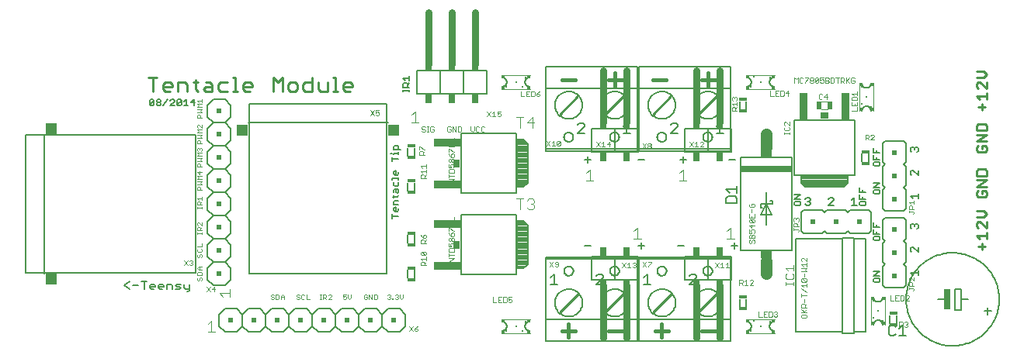
<source format=gto>
G75*
%MOIN*%
%OFA0B0*%
%FSLAX24Y24*%
%IPPOS*%
%LPD*%
%AMOC8*
5,1,8,0,0,1.08239X$1,22.5*
%
%ADD10C,0.0090*%
%ADD11C,0.0050*%
%ADD12C,0.0020*%
%ADD13C,0.0070*%
%ADD14C,0.0110*%
%ADD15C,0.0040*%
%ADD16C,0.0150*%
%ADD17C,0.0080*%
%ADD18C,0.0060*%
%ADD19R,0.0250X0.0900*%
%ADD20C,0.0500*%
%ADD21R,0.2200X0.0300*%
%ADD22R,0.0500X0.0350*%
%ADD23R,0.0240X0.0240*%
%ADD24C,0.0098*%
%ADD25R,0.0177X0.0157*%
%ADD26R,0.0069X0.0128*%
%ADD27R,0.0079X0.0079*%
%ADD28R,0.0157X0.0177*%
%ADD29R,0.0128X0.0069*%
%ADD30R,0.0340X0.0160*%
%ADD31R,0.1140X0.0340*%
%ADD32R,0.0300X0.0340*%
%ADD33C,0.0079*%
%ADD34R,0.0450X0.0502*%
%ADD35R,0.0450X0.0492*%
%ADD36R,0.0502X0.0450*%
%ADD37R,0.0492X0.0450*%
%ADD38C,0.0100*%
%ADD39C,0.0300*%
%ADD40R,0.0300X0.0200*%
%ADD41R,0.0300X0.0400*%
%ADD42R,0.0200X0.0200*%
%ADD43R,0.0197X0.0374*%
%ADD44R,0.0340X0.1140*%
%ADD45R,0.0340X0.0300*%
D10*
X041067Y004565D02*
X041340Y004565D01*
X041204Y004428D02*
X041204Y004702D01*
X041135Y004889D02*
X040998Y005026D01*
X041409Y005026D01*
X041409Y005162D02*
X041409Y004889D01*
X041409Y005349D02*
X041135Y005623D01*
X041067Y005623D01*
X040998Y005554D01*
X040998Y005418D01*
X041067Y005349D01*
X041409Y005349D02*
X041409Y005623D01*
X041272Y005810D02*
X041409Y005946D01*
X041272Y006083D01*
X040998Y006083D01*
X040998Y005810D02*
X041272Y005810D01*
X041340Y006678D02*
X041067Y006678D01*
X040998Y006747D01*
X040998Y006884D01*
X041067Y006952D01*
X041204Y006952D02*
X041204Y006815D01*
X041204Y006952D02*
X041340Y006952D01*
X041409Y006884D01*
X041409Y006747D01*
X041340Y006678D01*
X041409Y007139D02*
X040998Y007139D01*
X041409Y007412D01*
X040998Y007412D01*
X040998Y007599D02*
X040998Y007804D01*
X041067Y007873D01*
X041340Y007873D01*
X041409Y007804D01*
X041409Y007599D01*
X040998Y007599D01*
X041067Y008628D02*
X041340Y008628D01*
X041409Y008697D01*
X041409Y008834D01*
X041340Y008902D01*
X041204Y008902D01*
X041204Y008765D01*
X041067Y008628D02*
X040998Y008697D01*
X040998Y008834D01*
X041067Y008902D01*
X040998Y009089D02*
X041409Y009362D01*
X040998Y009362D01*
X040998Y009089D02*
X041409Y009089D01*
X041409Y009549D02*
X040998Y009549D01*
X040998Y009754D01*
X041067Y009823D01*
X041340Y009823D01*
X041409Y009754D01*
X041409Y009549D01*
X041204Y010428D02*
X041204Y010702D01*
X041067Y010565D02*
X041340Y010565D01*
X041409Y010889D02*
X041409Y011162D01*
X041409Y011026D02*
X040998Y011026D01*
X041135Y010889D01*
X041067Y011349D02*
X040998Y011418D01*
X040998Y011554D01*
X041067Y011623D01*
X041135Y011623D01*
X041409Y011349D01*
X041409Y011623D01*
X041272Y011810D02*
X041409Y011946D01*
X041272Y012083D01*
X040998Y012083D01*
X040998Y011810D02*
X041272Y011810D01*
D11*
X038422Y008835D02*
X038365Y008835D01*
X038309Y008778D01*
X038309Y008722D01*
X038309Y008778D02*
X038252Y008835D01*
X038195Y008835D01*
X038138Y008778D01*
X038138Y008665D01*
X038195Y008608D01*
X038422Y008608D02*
X038479Y008665D01*
X038479Y008778D01*
X038422Y008835D01*
X036829Y008598D02*
X036559Y008598D01*
X036559Y008778D01*
X036694Y008688D02*
X036694Y008598D01*
X036559Y008483D02*
X036559Y008303D01*
X036829Y008303D01*
X036784Y008188D02*
X036604Y008188D01*
X036559Y008143D01*
X036559Y008053D01*
X036604Y008008D01*
X036784Y008008D01*
X036829Y008053D01*
X036829Y008143D01*
X036784Y008188D01*
X036694Y008303D02*
X036694Y008393D01*
X038138Y007778D02*
X038138Y007665D01*
X038195Y007608D01*
X038138Y007778D02*
X038195Y007835D01*
X038252Y007835D01*
X038479Y007608D01*
X038479Y007835D01*
X036829Y007283D02*
X036559Y007283D01*
X036559Y007103D02*
X036829Y007283D01*
X036829Y007103D02*
X036559Y007103D01*
X036604Y006988D02*
X036559Y006943D01*
X036559Y006853D01*
X036604Y006808D01*
X036784Y006808D01*
X036829Y006853D01*
X036829Y006943D01*
X036784Y006988D01*
X036604Y006988D01*
X036229Y006898D02*
X035959Y006898D01*
X035959Y007078D01*
X036094Y006988D02*
X036094Y006898D01*
X035959Y006783D02*
X035959Y006603D01*
X036229Y006603D01*
X036184Y006488D02*
X036004Y006488D01*
X035959Y006443D01*
X035959Y006353D01*
X036004Y006308D01*
X036184Y006308D01*
X036229Y006353D01*
X036229Y006443D01*
X036184Y006488D01*
X036094Y006603D02*
X036094Y006693D01*
X035733Y006659D02*
X035620Y006545D01*
X035733Y006659D02*
X035733Y006318D01*
X035620Y006318D02*
X035847Y006318D01*
X034847Y006318D02*
X034620Y006318D01*
X034847Y006545D01*
X034847Y006602D01*
X034790Y006659D01*
X034676Y006659D01*
X034620Y006602D01*
X033847Y006602D02*
X033847Y006545D01*
X033790Y006488D01*
X033847Y006432D01*
X033847Y006375D01*
X033790Y006318D01*
X033676Y006318D01*
X033620Y006375D01*
X033733Y006488D02*
X033790Y006488D01*
X033847Y006602D02*
X033790Y006659D01*
X033676Y006659D01*
X033620Y006602D01*
X033429Y006603D02*
X033159Y006603D01*
X033429Y006783D01*
X033159Y006783D01*
X033204Y006488D02*
X033159Y006443D01*
X033159Y006353D01*
X033204Y006308D01*
X033384Y006308D01*
X033429Y006353D01*
X033429Y006443D01*
X033384Y006488D01*
X033204Y006488D01*
X030679Y006408D02*
X030679Y006634D01*
X030604Y006709D01*
X030303Y006709D01*
X030228Y006634D01*
X030228Y006408D01*
X030679Y006408D01*
X030679Y006869D02*
X030679Y007169D01*
X030679Y007019D02*
X030228Y007019D01*
X030379Y006869D01*
X035204Y004933D02*
X035704Y004933D01*
X035704Y004883D01*
X036204Y004883D01*
X036204Y000883D01*
X035704Y000883D01*
X035704Y004883D01*
X035204Y004883D02*
X035204Y004933D01*
X035204Y004883D02*
X033204Y004883D01*
X033204Y000883D01*
X035204Y000883D01*
X035204Y000833D01*
X035704Y000833D01*
X035704Y000883D01*
X035204Y000883D02*
X035204Y004883D01*
X036559Y004853D02*
X036604Y004808D01*
X036784Y004808D01*
X036829Y004853D01*
X036829Y004943D01*
X036784Y004988D01*
X036604Y004988D01*
X036559Y004943D01*
X036559Y004853D01*
X036559Y005103D02*
X036559Y005283D01*
X036559Y005398D02*
X036559Y005578D01*
X036694Y005488D02*
X036694Y005398D01*
X036829Y005398D02*
X036559Y005398D01*
X036694Y005193D02*
X036694Y005103D01*
X036829Y005103D02*
X036559Y005103D01*
X038138Y005365D02*
X038195Y005308D01*
X038138Y005365D02*
X038138Y005478D01*
X038195Y005535D01*
X038252Y005535D01*
X038309Y005478D01*
X038365Y005535D01*
X038422Y005535D01*
X038479Y005478D01*
X038479Y005365D01*
X038422Y005308D01*
X038309Y005422D02*
X038309Y005478D01*
X038252Y004535D02*
X038195Y004535D01*
X038138Y004478D01*
X038138Y004365D01*
X038195Y004308D01*
X038252Y004535D02*
X038479Y004308D01*
X038479Y004535D01*
X038479Y003535D02*
X038479Y003308D01*
X038479Y003422D02*
X038138Y003422D01*
X038252Y003308D01*
X036829Y003303D02*
X036559Y003303D01*
X036829Y003483D01*
X036559Y003483D01*
X036604Y003188D02*
X036559Y003143D01*
X036559Y003053D01*
X036604Y003008D01*
X036784Y003008D01*
X036829Y003053D01*
X036829Y003143D01*
X036784Y003188D01*
X036604Y003188D01*
X037283Y001179D02*
X037208Y001104D01*
X037208Y000803D01*
X037283Y000728D01*
X037433Y000728D01*
X037508Y000803D01*
X037668Y000728D02*
X037969Y000728D01*
X037819Y000728D02*
X037819Y001179D01*
X037668Y001029D01*
X037508Y001104D02*
X037433Y001179D01*
X037283Y001179D01*
X028945Y002908D02*
X028645Y002908D01*
X028945Y003209D01*
X028945Y003284D01*
X028870Y003359D01*
X028720Y003359D01*
X028645Y003284D01*
X026995Y002908D02*
X026695Y002908D01*
X026845Y002908D02*
X026845Y003359D01*
X026695Y003209D01*
X024945Y003209D02*
X024945Y003284D01*
X024870Y003359D01*
X024720Y003359D01*
X024645Y003284D01*
X024945Y003209D02*
X024645Y002908D01*
X024945Y002908D01*
X022995Y002908D02*
X022695Y002908D01*
X022845Y002908D02*
X022845Y003359D01*
X022695Y003209D01*
X015879Y005767D02*
X015879Y005947D01*
X015879Y005857D02*
X016149Y005857D01*
X016104Y006062D02*
X016014Y006062D01*
X015969Y006107D01*
X015969Y006197D01*
X016014Y006242D01*
X016059Y006242D01*
X016059Y006062D01*
X016104Y006062D02*
X016149Y006107D01*
X016149Y006197D01*
X016149Y006356D02*
X015969Y006356D01*
X015969Y006492D01*
X016014Y006537D01*
X016149Y006537D01*
X016104Y006696D02*
X015924Y006696D01*
X015969Y006651D02*
X015969Y006741D01*
X016104Y006696D02*
X016149Y006741D01*
X016104Y006848D02*
X016059Y006893D01*
X016059Y007028D01*
X016014Y007028D02*
X016149Y007028D01*
X016149Y006893D01*
X016104Y006848D01*
X015969Y006893D02*
X015969Y006983D01*
X016014Y007028D01*
X016014Y007142D02*
X016104Y007142D01*
X016149Y007187D01*
X016149Y007322D01*
X016149Y007437D02*
X016149Y007527D01*
X016149Y007482D02*
X015879Y007482D01*
X015879Y007437D01*
X015969Y007322D02*
X015969Y007187D01*
X016014Y007142D01*
X016014Y007633D02*
X015969Y007678D01*
X015969Y007768D01*
X016014Y007813D01*
X016059Y007813D01*
X016059Y007633D01*
X016104Y007633D02*
X016014Y007633D01*
X016104Y007633D02*
X016149Y007678D01*
X016149Y007768D01*
X015879Y008223D02*
X015879Y008403D01*
X015879Y008313D02*
X016149Y008313D01*
X016149Y008517D02*
X016149Y008607D01*
X016149Y008562D02*
X015969Y008562D01*
X015969Y008517D01*
X015879Y008562D02*
X015834Y008562D01*
X015969Y008714D02*
X015969Y008849D01*
X016014Y008894D01*
X016104Y008894D01*
X016149Y008849D01*
X016149Y008714D01*
X016239Y008714D02*
X015969Y008714D01*
X015704Y009883D02*
X009704Y009883D01*
X007382Y010608D02*
X007382Y010879D01*
X007247Y010743D01*
X007427Y010743D01*
X007132Y010608D02*
X006952Y010608D01*
X007042Y010608D02*
X007042Y010879D01*
X006952Y010788D01*
X006838Y010834D02*
X006657Y010653D01*
X006702Y010608D01*
X006793Y010608D01*
X006838Y010653D01*
X006838Y010834D01*
X006793Y010879D01*
X006702Y010879D01*
X006657Y010834D01*
X006657Y010653D01*
X006543Y010608D02*
X006363Y010608D01*
X006543Y010788D01*
X006543Y010834D01*
X006498Y010879D01*
X006408Y010879D01*
X006363Y010834D01*
X006248Y010879D02*
X006068Y010608D01*
X005954Y010653D02*
X005909Y010608D01*
X005818Y010608D01*
X005773Y010653D01*
X005773Y010698D01*
X005818Y010743D01*
X005909Y010743D01*
X005954Y010698D01*
X005954Y010653D01*
X005909Y010743D02*
X005954Y010788D01*
X005954Y010834D01*
X005909Y010879D01*
X005818Y010879D01*
X005773Y010834D01*
X005773Y010788D01*
X005818Y010743D01*
X005659Y010653D02*
X005659Y010834D01*
X005479Y010653D01*
X005524Y010608D01*
X005614Y010608D01*
X005659Y010653D01*
X005479Y010653D02*
X005479Y010834D01*
X005524Y010879D01*
X005614Y010879D01*
X005659Y010834D01*
X000954Y009383D02*
X000954Y003383D01*
X016359Y011208D02*
X016359Y011298D01*
X016359Y011253D02*
X016629Y011253D01*
X016629Y011208D02*
X016629Y011298D01*
X016629Y011405D02*
X016359Y011405D01*
X016359Y011540D01*
X016404Y011585D01*
X016494Y011585D01*
X016539Y011540D01*
X016539Y011405D01*
X016539Y011495D02*
X016629Y011585D01*
X016629Y011699D02*
X016629Y011880D01*
X016629Y011789D02*
X016359Y011789D01*
X016449Y011699D01*
X023853Y009784D02*
X023928Y009859D01*
X024078Y009859D01*
X024153Y009784D01*
X024153Y009709D01*
X023853Y009408D01*
X024153Y009408D01*
X025803Y009408D02*
X026103Y009408D01*
X025953Y009408D02*
X025953Y009859D01*
X025803Y009709D01*
X027853Y009784D02*
X027928Y009859D01*
X028078Y009859D01*
X028153Y009784D01*
X028153Y009709D01*
X027853Y009408D01*
X028153Y009408D01*
X029803Y009408D02*
X030103Y009408D01*
X029953Y009408D02*
X029953Y009859D01*
X029803Y009709D01*
X038138Y006722D02*
X038479Y006722D01*
X038479Y006835D02*
X038479Y006608D01*
X038252Y006608D02*
X038138Y006722D01*
D12*
X038294Y006532D02*
X038294Y006385D01*
X038294Y006459D02*
X038074Y006459D01*
X038147Y006385D01*
X038184Y006311D02*
X038220Y006274D01*
X038220Y006164D01*
X038294Y006164D02*
X038074Y006164D01*
X038074Y006274D01*
X038110Y006311D01*
X038184Y006311D01*
X038074Y006090D02*
X038074Y006017D01*
X038074Y006053D02*
X038257Y006053D01*
X038294Y006017D01*
X038294Y005980D01*
X038257Y005943D01*
X033344Y005745D02*
X033344Y005672D01*
X033307Y005635D01*
X033234Y005709D02*
X033234Y005745D01*
X033270Y005782D01*
X033307Y005782D01*
X033344Y005745D01*
X033234Y005745D02*
X033197Y005782D01*
X033160Y005782D01*
X033124Y005745D01*
X033124Y005672D01*
X033160Y005635D01*
X033160Y005561D02*
X033234Y005561D01*
X033270Y005524D01*
X033270Y005414D01*
X033344Y005414D02*
X033124Y005414D01*
X033124Y005524D01*
X033160Y005561D01*
X033124Y005340D02*
X033124Y005267D01*
X033124Y005303D02*
X033307Y005303D01*
X033344Y005267D01*
X033344Y005230D01*
X033307Y005193D01*
X031444Y005172D02*
X031407Y005135D01*
X031444Y005172D02*
X031444Y005245D01*
X031407Y005282D01*
X031334Y005282D01*
X031297Y005245D01*
X031297Y005209D01*
X031334Y005135D01*
X031224Y005135D01*
X031224Y005282D01*
X031334Y005356D02*
X031334Y005503D01*
X031407Y005577D02*
X031260Y005724D01*
X031407Y005724D01*
X031444Y005687D01*
X031444Y005614D01*
X031407Y005577D01*
X031260Y005577D01*
X031224Y005614D01*
X031224Y005687D01*
X031260Y005724D01*
X031224Y005798D02*
X031444Y005798D01*
X031444Y005945D01*
X031334Y005872D02*
X031334Y005798D01*
X031224Y005798D02*
X031224Y005945D01*
X031334Y006019D02*
X031334Y006166D01*
X031407Y006240D02*
X031444Y006277D01*
X031444Y006350D01*
X031407Y006387D01*
X031334Y006387D01*
X031334Y006314D01*
X031260Y006387D02*
X031224Y006350D01*
X031224Y006277D01*
X031260Y006240D01*
X031407Y006240D01*
X031444Y005466D02*
X031224Y005466D01*
X031334Y005356D01*
X031370Y005061D02*
X031407Y005061D01*
X031444Y005024D01*
X031444Y004914D01*
X031224Y004914D01*
X031224Y005024D01*
X031260Y005061D01*
X031297Y005061D01*
X031334Y005024D01*
X031334Y004914D01*
X031370Y004840D02*
X031407Y004840D01*
X031444Y004803D01*
X031444Y004730D01*
X031407Y004693D01*
X031334Y004730D02*
X031334Y004803D01*
X031370Y004840D01*
X031260Y004840D02*
X031224Y004803D01*
X031224Y004730D01*
X031260Y004693D01*
X031297Y004693D01*
X031334Y004730D01*
X031334Y005024D02*
X031370Y005061D01*
X033464Y004032D02*
X033464Y003959D01*
X033500Y003922D01*
X033464Y004032D02*
X033500Y004069D01*
X033537Y004069D01*
X033684Y003922D01*
X033684Y004069D01*
X033684Y003848D02*
X033684Y003701D01*
X033684Y003775D02*
X033464Y003775D01*
X033537Y003701D01*
X033464Y003627D02*
X033684Y003627D01*
X033610Y003554D01*
X033684Y003480D01*
X033464Y003480D01*
X033574Y003406D02*
X033574Y003259D01*
X033647Y003185D02*
X033684Y003148D01*
X033684Y003075D01*
X033647Y003038D01*
X033500Y003185D01*
X033647Y003185D01*
X033647Y003038D02*
X033500Y003038D01*
X033464Y003075D01*
X033464Y003148D01*
X033500Y003185D01*
X033684Y002964D02*
X033684Y002817D01*
X033684Y002891D02*
X033464Y002891D01*
X033537Y002817D01*
X033464Y002743D02*
X033684Y002596D01*
X033684Y002449D02*
X033464Y002449D01*
X033464Y002522D02*
X033464Y002375D01*
X033574Y002301D02*
X033574Y002154D01*
X033574Y002080D02*
X033610Y002044D01*
X033610Y001933D01*
X033684Y001933D02*
X033464Y001933D01*
X033464Y002044D01*
X033500Y002080D01*
X033574Y002080D01*
X033610Y002007D02*
X033684Y002080D01*
X033684Y001859D02*
X033574Y001749D01*
X033610Y001712D02*
X033464Y001859D01*
X033464Y001712D02*
X033684Y001712D01*
X033647Y001638D02*
X033500Y001638D01*
X033464Y001602D01*
X033464Y001528D01*
X033500Y001491D01*
X033647Y001491D01*
X033684Y001528D01*
X033684Y001602D01*
X033647Y001638D01*
X032433Y001610D02*
X032433Y001574D01*
X032396Y001537D01*
X032323Y001537D01*
X032286Y001574D01*
X032212Y001574D02*
X032212Y001721D01*
X032175Y001757D01*
X032065Y001757D01*
X032065Y001537D01*
X032175Y001537D01*
X032212Y001574D01*
X032286Y001721D02*
X032323Y001757D01*
X032396Y001757D01*
X032433Y001721D01*
X032433Y001684D01*
X032396Y001647D01*
X032433Y001610D01*
X032396Y001647D02*
X032360Y001647D01*
X031991Y001537D02*
X031844Y001537D01*
X031844Y001757D01*
X031991Y001757D01*
X031918Y001647D02*
X031844Y001647D01*
X031770Y001537D02*
X031623Y001537D01*
X031623Y001757D01*
X031390Y002903D02*
X031243Y002903D01*
X031390Y003050D01*
X031390Y003087D01*
X031353Y003124D01*
X031279Y003124D01*
X031243Y003087D01*
X031095Y003124D02*
X031095Y002903D01*
X031022Y002903D02*
X031169Y002903D01*
X031022Y003050D02*
X031095Y003124D01*
X030948Y003087D02*
X030948Y003013D01*
X030911Y002977D01*
X030801Y002977D01*
X030874Y002977D02*
X030948Y002903D01*
X030801Y002903D02*
X030801Y003124D01*
X030911Y003124D01*
X030948Y003087D01*
X030353Y003643D02*
X030206Y003643D01*
X030279Y003643D02*
X030279Y003864D01*
X030206Y003790D01*
X030132Y003643D02*
X029985Y003643D01*
X030058Y003643D02*
X030058Y003864D01*
X029985Y003790D01*
X029911Y003864D02*
X029764Y003643D01*
X029911Y003643D02*
X029764Y003864D01*
X027017Y003857D02*
X026871Y003710D01*
X026871Y003673D01*
X026796Y003673D02*
X026650Y003894D01*
X026796Y003894D02*
X026650Y003673D01*
X026353Y003680D02*
X026316Y003643D01*
X026242Y003643D01*
X026206Y003680D01*
X026132Y003643D02*
X025985Y003643D01*
X026058Y003643D02*
X026058Y003864D01*
X025985Y003790D01*
X025911Y003864D02*
X025764Y003643D01*
X025911Y003643D02*
X025764Y003864D01*
X026206Y003827D02*
X026242Y003864D01*
X026316Y003864D01*
X026353Y003827D01*
X026353Y003790D01*
X026316Y003753D01*
X026353Y003717D01*
X026353Y003680D01*
X026316Y003753D02*
X026279Y003753D01*
X026871Y003894D02*
X027017Y003894D01*
X027017Y003857D01*
X023017Y003857D02*
X023017Y003710D01*
X022981Y003673D01*
X022907Y003673D01*
X022871Y003710D01*
X022907Y003783D02*
X023017Y003783D01*
X023017Y003857D02*
X022981Y003894D01*
X022907Y003894D01*
X022871Y003857D01*
X022871Y003820D01*
X022907Y003783D01*
X022796Y003673D02*
X022650Y003894D01*
X022796Y003894D02*
X022650Y003673D01*
X021030Y002380D02*
X020883Y002380D01*
X020883Y002270D01*
X020957Y002306D01*
X020993Y002306D01*
X021030Y002270D01*
X021030Y002196D01*
X020993Y002160D01*
X020920Y002160D01*
X020883Y002196D01*
X020809Y002196D02*
X020809Y002343D01*
X020772Y002380D01*
X020662Y002380D01*
X020662Y002160D01*
X020772Y002160D01*
X020809Y002196D01*
X020588Y002160D02*
X020441Y002160D01*
X020441Y002380D01*
X020588Y002380D01*
X020515Y002270D02*
X020441Y002270D01*
X020367Y002160D02*
X020220Y002160D01*
X020220Y002380D01*
X017002Y001134D02*
X016928Y001097D01*
X016855Y001023D01*
X016965Y001023D01*
X017002Y000987D01*
X017002Y000950D01*
X016965Y000913D01*
X016891Y000913D01*
X016855Y000950D01*
X016855Y001023D01*
X016781Y000913D02*
X016634Y001134D01*
X016781Y001134D02*
X016634Y000913D01*
X017124Y003743D02*
X017124Y003853D01*
X017160Y003890D01*
X017234Y003890D01*
X017270Y003853D01*
X017270Y003743D01*
X017270Y003817D02*
X017344Y003890D01*
X017344Y003964D02*
X017344Y004111D01*
X017344Y004038D02*
X017124Y004038D01*
X017197Y003964D01*
X017124Y003743D02*
X017344Y003743D01*
X018324Y003893D02*
X018544Y004040D01*
X018324Y004040D01*
X018324Y004114D02*
X018324Y004261D01*
X018324Y004188D02*
X018544Y004188D01*
X018544Y004335D02*
X018544Y004445D01*
X018507Y004482D01*
X018360Y004482D01*
X018324Y004445D01*
X018324Y004335D01*
X018544Y004335D01*
X018507Y004556D02*
X018544Y004593D01*
X018544Y004666D01*
X018507Y004703D01*
X018434Y004703D01*
X018397Y004666D01*
X018397Y004630D01*
X018434Y004556D01*
X018324Y004556D01*
X018324Y004703D01*
X018360Y004777D02*
X018397Y004777D01*
X018434Y004814D01*
X018434Y004887D01*
X018470Y004924D01*
X018507Y004924D01*
X018544Y004887D01*
X018544Y004814D01*
X018507Y004777D01*
X018470Y004777D01*
X018434Y004814D01*
X018434Y004887D02*
X018397Y004924D01*
X018360Y004924D01*
X018324Y004887D01*
X018324Y004814D01*
X018360Y004777D01*
X018434Y004998D02*
X018434Y005108D01*
X018470Y005145D01*
X018507Y005145D01*
X018544Y005108D01*
X018544Y005035D01*
X018507Y004998D01*
X018434Y004998D01*
X018360Y005072D01*
X018324Y005145D01*
X018324Y005219D02*
X018324Y005366D01*
X018360Y005366D01*
X018507Y005219D01*
X018544Y005219D01*
X018544Y005440D02*
X018324Y005440D01*
X018544Y005587D01*
X018324Y005587D01*
X018324Y005661D02*
X018544Y005661D01*
X018544Y005808D01*
X017344Y005024D02*
X017307Y005061D01*
X017270Y005061D01*
X017234Y005024D01*
X017234Y004914D01*
X017307Y004914D01*
X017344Y004951D01*
X017344Y005024D01*
X017234Y004914D02*
X017160Y004988D01*
X017124Y005061D01*
X017160Y004840D02*
X017234Y004840D01*
X017270Y004803D01*
X017270Y004693D01*
X017270Y004767D02*
X017344Y004840D01*
X017344Y004693D02*
X017124Y004693D01*
X017124Y004803D01*
X017160Y004840D01*
X017160Y004332D02*
X017307Y004185D01*
X017344Y004222D01*
X017344Y004295D01*
X017307Y004332D01*
X017160Y004332D01*
X017124Y004295D01*
X017124Y004222D01*
X017160Y004185D01*
X017307Y004185D01*
X018324Y003893D02*
X018544Y003893D01*
X018544Y007293D02*
X018324Y007293D01*
X018544Y007440D01*
X018324Y007440D01*
X018324Y007514D02*
X018324Y007661D01*
X018324Y007588D02*
X018544Y007588D01*
X018544Y007735D02*
X018544Y007845D01*
X018507Y007882D01*
X018360Y007882D01*
X018324Y007845D01*
X018324Y007735D01*
X018544Y007735D01*
X018507Y007956D02*
X018544Y007993D01*
X018544Y008066D01*
X018507Y008103D01*
X018434Y008103D01*
X018397Y008066D01*
X018397Y008030D01*
X018434Y007956D01*
X018324Y007956D01*
X018324Y008103D01*
X018360Y008177D02*
X018397Y008177D01*
X018434Y008214D01*
X018434Y008287D01*
X018470Y008324D01*
X018507Y008324D01*
X018544Y008287D01*
X018544Y008214D01*
X018507Y008177D01*
X018470Y008177D01*
X018434Y008214D01*
X018434Y008287D02*
X018397Y008324D01*
X018360Y008324D01*
X018324Y008287D01*
X018324Y008214D01*
X018360Y008177D01*
X018434Y008398D02*
X018434Y008508D01*
X018470Y008545D01*
X018507Y008545D01*
X018544Y008508D01*
X018544Y008435D01*
X018507Y008398D01*
X018434Y008398D01*
X018360Y008472D01*
X018324Y008545D01*
X018324Y008619D02*
X018324Y008766D01*
X018360Y008766D01*
X018507Y008619D01*
X018544Y008619D01*
X018544Y008840D02*
X018324Y008840D01*
X018544Y008987D01*
X018324Y008987D01*
X018324Y009061D02*
X018544Y009061D01*
X018544Y009208D01*
X018485Y009493D02*
X018485Y009714D01*
X018632Y009493D01*
X018632Y009714D01*
X018632Y009493D01*
X018485Y009714D01*
X018485Y009493D01*
X018411Y009530D02*
X018374Y009493D01*
X018300Y009493D01*
X018264Y009530D01*
X018264Y009677D01*
X018300Y009714D01*
X018374Y009714D01*
X018411Y009677D01*
X018374Y009714D01*
X018300Y009714D01*
X018264Y009677D01*
X018264Y009530D01*
X018300Y009493D01*
X018374Y009493D01*
X018411Y009530D01*
X018411Y009603D01*
X018337Y009603D01*
X018411Y009603D01*
X018411Y009530D01*
X018706Y009493D02*
X018816Y009493D01*
X018853Y009530D01*
X018853Y009677D01*
X018816Y009714D01*
X018706Y009714D01*
X018706Y009493D01*
X018816Y009493D01*
X018853Y009530D01*
X018853Y009677D01*
X018816Y009714D01*
X018706Y009714D01*
X018706Y009493D01*
X019264Y009567D02*
X019337Y009493D01*
X019411Y009567D01*
X019411Y009714D01*
X019485Y009677D02*
X019485Y009530D01*
X019521Y009493D01*
X019595Y009493D01*
X019632Y009530D01*
X019706Y009530D02*
X019742Y009493D01*
X019816Y009493D01*
X019853Y009530D01*
X019853Y009677D02*
X019816Y009714D01*
X019742Y009714D01*
X019706Y009677D01*
X019706Y009530D01*
X019632Y009677D02*
X019595Y009714D01*
X019521Y009714D01*
X019485Y009677D01*
X019264Y009714D02*
X019264Y009567D01*
X019964Y010143D02*
X020111Y010364D01*
X020185Y010290D02*
X020258Y010364D01*
X020258Y010143D01*
X020185Y010143D02*
X020332Y010143D01*
X020406Y010180D02*
X020442Y010143D01*
X020516Y010143D01*
X020553Y010180D01*
X020553Y010253D01*
X020516Y010290D01*
X020479Y010290D01*
X020406Y010253D01*
X020406Y010364D01*
X020553Y010364D01*
X020111Y010143D02*
X019964Y010364D01*
X021420Y011010D02*
X021567Y011010D01*
X021641Y011010D02*
X021788Y011010D01*
X021862Y011010D02*
X021972Y011010D01*
X022009Y011046D01*
X022009Y011193D01*
X021972Y011230D01*
X021862Y011230D01*
X021862Y011010D01*
X021715Y011120D02*
X021641Y011120D01*
X021641Y011230D02*
X021641Y011010D01*
X021420Y011010D02*
X021420Y011230D01*
X021641Y011230D02*
X021788Y011230D01*
X022083Y011120D02*
X022193Y011120D01*
X022230Y011083D01*
X022230Y011046D01*
X022193Y011010D01*
X022120Y011010D01*
X022083Y011046D01*
X022083Y011120D01*
X022157Y011193D01*
X022230Y011230D01*
X017679Y009677D02*
X017642Y009714D01*
X017569Y009714D01*
X017532Y009677D01*
X017532Y009530D01*
X017569Y009493D01*
X017642Y009493D01*
X017679Y009530D01*
X017679Y009603D01*
X017605Y009603D01*
X017458Y009493D02*
X017385Y009493D01*
X017421Y009493D02*
X017421Y009714D01*
X017385Y009714D02*
X017458Y009714D01*
X017311Y009677D02*
X017274Y009714D01*
X017200Y009714D01*
X017164Y009677D01*
X017164Y009640D01*
X017200Y009603D01*
X017274Y009603D01*
X017311Y009567D01*
X017311Y009530D01*
X017274Y009493D01*
X017200Y009493D01*
X017164Y009530D01*
X015332Y010230D02*
X015295Y010193D01*
X015221Y010193D01*
X015185Y010230D01*
X015185Y010303D02*
X015258Y010340D01*
X015295Y010340D01*
X015332Y010303D01*
X015332Y010230D01*
X015185Y010303D02*
X015185Y010414D01*
X015332Y010414D01*
X015111Y010414D02*
X014964Y010193D01*
X015111Y010193D02*
X014964Y010414D01*
X017064Y008869D02*
X017100Y008869D01*
X017247Y008722D01*
X017284Y008722D01*
X017284Y008648D02*
X017210Y008575D01*
X017210Y008611D02*
X017210Y008501D01*
X017284Y008501D02*
X017064Y008501D01*
X017064Y008611D01*
X017100Y008648D01*
X017174Y008648D01*
X017210Y008611D01*
X017064Y008722D02*
X017064Y008869D01*
X017344Y008082D02*
X017344Y007935D01*
X017344Y008009D02*
X017124Y008009D01*
X017197Y007935D01*
X017344Y007861D02*
X017344Y007714D01*
X017344Y007788D02*
X017124Y007788D01*
X017197Y007714D01*
X017234Y007640D02*
X017270Y007603D01*
X017270Y007493D01*
X017270Y007567D02*
X017344Y007640D01*
X017234Y007640D02*
X017160Y007640D01*
X017124Y007603D01*
X017124Y007493D01*
X017344Y007493D01*
X022515Y008873D02*
X022662Y009094D01*
X022736Y009020D02*
X022809Y009094D01*
X022809Y008873D01*
X022736Y008873D02*
X022883Y008873D01*
X022957Y008910D02*
X023104Y009057D01*
X023104Y008910D01*
X023067Y008873D01*
X022994Y008873D01*
X022957Y008910D01*
X022957Y009057D01*
X022994Y009094D01*
X023067Y009094D01*
X023104Y009057D01*
X022662Y008873D02*
X022515Y009094D01*
X024664Y009064D02*
X024811Y008843D01*
X024885Y008843D02*
X025032Y008843D01*
X024958Y008843D02*
X024958Y009064D01*
X024885Y008990D01*
X024811Y009064D02*
X024664Y008843D01*
X025106Y008953D02*
X025253Y008953D01*
X025216Y008843D02*
X025216Y009064D01*
X025106Y008953D01*
X026636Y008994D02*
X026783Y008773D01*
X026857Y008810D02*
X026894Y008773D01*
X026967Y008773D01*
X027004Y008810D01*
X027004Y008847D01*
X026967Y008883D01*
X026894Y008883D01*
X026857Y008920D01*
X026857Y008957D01*
X026894Y008994D01*
X026967Y008994D01*
X027004Y008957D01*
X027004Y008920D01*
X026967Y008883D01*
X026894Y008883D02*
X026857Y008847D01*
X026857Y008810D01*
X026783Y008994D02*
X026636Y008773D01*
X028664Y008843D02*
X028811Y009064D01*
X028885Y008990D02*
X028958Y009064D01*
X028958Y008843D01*
X028885Y008843D02*
X029032Y008843D01*
X029106Y008843D02*
X029253Y008990D01*
X029253Y009027D01*
X029216Y009064D01*
X029142Y009064D01*
X029106Y009027D01*
X029106Y008843D02*
X029253Y008843D01*
X028811Y008843D02*
X028664Y009064D01*
X030474Y010393D02*
X030474Y010503D01*
X030510Y010540D01*
X030584Y010540D01*
X030620Y010503D01*
X030620Y010393D01*
X030620Y010467D02*
X030694Y010540D01*
X030694Y010614D02*
X030694Y010761D01*
X030694Y010688D02*
X030474Y010688D01*
X030547Y010614D01*
X030510Y010835D02*
X030474Y010872D01*
X030474Y010945D01*
X030510Y010982D01*
X030547Y010982D01*
X030584Y010945D01*
X030620Y010982D01*
X030657Y010982D01*
X030694Y010945D01*
X030694Y010872D01*
X030657Y010835D01*
X030584Y010909D02*
X030584Y010945D01*
X030694Y010393D02*
X030474Y010393D01*
X032123Y011037D02*
X032270Y011037D01*
X032344Y011037D02*
X032491Y011037D01*
X032565Y011037D02*
X032675Y011037D01*
X032712Y011074D01*
X032712Y011221D01*
X032675Y011257D01*
X032565Y011257D01*
X032565Y011037D01*
X032418Y011147D02*
X032344Y011147D01*
X032344Y011257D02*
X032344Y011037D01*
X032344Y011257D02*
X032491Y011257D01*
X032786Y011147D02*
X032933Y011147D01*
X032896Y011037D02*
X032896Y011257D01*
X032786Y011147D01*
X032123Y011257D02*
X032123Y011037D01*
X033164Y011593D02*
X033164Y011814D01*
X033237Y011740D01*
X033311Y011814D01*
X033311Y011593D01*
X033385Y011630D02*
X033421Y011593D01*
X033495Y011593D01*
X033532Y011630D01*
X033606Y011630D02*
X033606Y011593D01*
X033606Y011630D02*
X033753Y011777D01*
X033753Y011814D01*
X033606Y011814D01*
X033532Y011777D02*
X033495Y011814D01*
X033421Y011814D01*
X033385Y011777D01*
X033385Y011630D01*
X033827Y011630D02*
X033863Y011593D01*
X033937Y011593D01*
X033974Y011630D01*
X033974Y011667D01*
X033937Y011703D01*
X033863Y011703D01*
X033827Y011740D01*
X033827Y011777D01*
X033863Y011814D01*
X033937Y011814D01*
X033974Y011777D01*
X033974Y011740D01*
X033937Y011703D01*
X033863Y011703D02*
X033827Y011667D01*
X033827Y011630D01*
X034048Y011630D02*
X034195Y011777D01*
X034195Y011630D01*
X034158Y011593D01*
X034084Y011593D01*
X034048Y011630D01*
X034048Y011777D01*
X034084Y011814D01*
X034158Y011814D01*
X034195Y011777D01*
X034269Y011814D02*
X034269Y011703D01*
X034342Y011740D01*
X034379Y011740D01*
X034416Y011703D01*
X034416Y011630D01*
X034379Y011593D01*
X034305Y011593D01*
X034269Y011630D01*
X034269Y011814D02*
X034416Y011814D01*
X034490Y011814D02*
X034600Y011814D01*
X034636Y011777D01*
X034636Y011740D01*
X034600Y011703D01*
X034490Y011703D01*
X034490Y011593D02*
X034600Y011593D01*
X034636Y011630D01*
X034636Y011667D01*
X034600Y011703D01*
X034490Y011593D02*
X034490Y011814D01*
X034711Y011814D02*
X034821Y011814D01*
X034857Y011777D01*
X034857Y011630D01*
X034821Y011593D01*
X034711Y011593D01*
X034711Y011814D01*
X034932Y011814D02*
X035078Y011814D01*
X035005Y011814D02*
X035005Y011593D01*
X035153Y011593D02*
X035153Y011814D01*
X035263Y011814D01*
X035299Y011777D01*
X035299Y011703D01*
X035263Y011667D01*
X035153Y011667D01*
X035226Y011667D02*
X035299Y011593D01*
X035374Y011593D02*
X035374Y011814D01*
X035410Y011703D02*
X035520Y011593D01*
X035595Y011630D02*
X035631Y011593D01*
X035705Y011593D01*
X035741Y011630D01*
X035741Y011703D01*
X035668Y011703D01*
X035595Y011777D02*
X035595Y011630D01*
X035595Y011777D02*
X035631Y011814D01*
X035705Y011814D01*
X035741Y011777D01*
X035520Y011814D02*
X035374Y011667D01*
X035850Y011213D02*
X035850Y011066D01*
X035850Y011139D02*
X035630Y011139D01*
X035703Y011066D01*
X035667Y010992D02*
X035630Y010955D01*
X035630Y010845D01*
X035850Y010845D01*
X035850Y010955D01*
X035813Y010992D01*
X035667Y010992D01*
X035630Y010771D02*
X035630Y010624D01*
X035850Y010624D01*
X035850Y010771D01*
X035740Y010697D02*
X035740Y010624D01*
X035850Y010550D02*
X035850Y010403D01*
X035630Y010403D01*
X034545Y010893D02*
X034545Y011114D01*
X034435Y011003D01*
X034582Y011003D01*
X034361Y010930D02*
X034324Y010893D01*
X034250Y010893D01*
X034214Y010930D01*
X034214Y011077D01*
X034250Y011114D01*
X034324Y011114D01*
X034361Y011077D01*
X032944Y009908D02*
X032944Y009762D01*
X032797Y009908D01*
X032760Y009908D01*
X032724Y009872D01*
X032724Y009798D01*
X032760Y009762D01*
X032760Y009687D02*
X032724Y009651D01*
X032724Y009577D01*
X032760Y009541D01*
X032907Y009541D01*
X032944Y009577D01*
X032944Y009651D01*
X032907Y009687D01*
X032944Y009467D02*
X032944Y009393D01*
X032944Y009430D02*
X032724Y009430D01*
X032724Y009393D02*
X032724Y009467D01*
X036214Y009364D02*
X036214Y009143D01*
X036214Y009217D02*
X036324Y009217D01*
X036361Y009253D01*
X036361Y009327D01*
X036324Y009364D01*
X036214Y009364D01*
X036287Y009217D02*
X036361Y009143D01*
X036435Y009143D02*
X036582Y009290D01*
X036582Y009327D01*
X036545Y009364D01*
X036471Y009364D01*
X036435Y009327D01*
X036435Y009143D02*
X036582Y009143D01*
X038110Y003232D02*
X038074Y003195D01*
X038074Y003122D01*
X038110Y003085D01*
X038110Y003011D02*
X038184Y003011D01*
X038220Y002974D01*
X038220Y002864D01*
X038294Y002864D02*
X038074Y002864D01*
X038074Y002974D01*
X038110Y003011D01*
X038294Y003085D02*
X038147Y003232D01*
X038110Y003232D01*
X038294Y003232D02*
X038294Y003085D01*
X038257Y002753D02*
X038074Y002753D01*
X038074Y002717D02*
X038074Y002790D01*
X038257Y002753D02*
X038294Y002717D01*
X038294Y002680D01*
X038257Y002643D01*
X038046Y002457D02*
X037973Y002457D01*
X037936Y002421D01*
X037862Y002421D02*
X037825Y002457D01*
X037715Y002457D01*
X037715Y002237D01*
X037825Y002237D01*
X037862Y002274D01*
X037862Y002421D01*
X038046Y002457D02*
X038083Y002421D01*
X038083Y002384D01*
X037936Y002237D01*
X038083Y002237D01*
X037641Y002237D02*
X037494Y002237D01*
X037494Y002457D01*
X037641Y002457D01*
X037568Y002347D02*
X037494Y002347D01*
X037420Y002237D02*
X037273Y002237D01*
X037273Y002457D01*
X037664Y001314D02*
X037774Y001314D01*
X037811Y001277D01*
X037811Y001203D01*
X037774Y001167D01*
X037664Y001167D01*
X037737Y001167D02*
X037811Y001093D01*
X037885Y001130D02*
X037921Y001093D01*
X037995Y001093D01*
X038032Y001130D01*
X038032Y001167D01*
X037995Y001203D01*
X037958Y001203D01*
X037995Y001203D02*
X038032Y001240D01*
X038032Y001277D01*
X037995Y001314D01*
X037921Y001314D01*
X037885Y001277D01*
X037664Y001314D02*
X037664Y001093D01*
X008302Y002723D02*
X008155Y002723D01*
X008265Y002834D01*
X008265Y002613D01*
X008081Y002613D02*
X007934Y002834D01*
X008081Y002834D02*
X007934Y002613D01*
X007295Y003743D02*
X007221Y003743D01*
X007185Y003780D01*
X007111Y003743D02*
X006964Y003964D01*
X007111Y003964D02*
X006964Y003743D01*
X007185Y003927D02*
X007221Y003964D01*
X007295Y003964D01*
X007332Y003927D01*
X007332Y003890D01*
X007295Y003853D01*
X007332Y003817D01*
X007332Y003780D01*
X007295Y003743D01*
X007295Y003853D02*
X007258Y003853D01*
D13*
X007132Y002608D02*
X007077Y002608D01*
X007132Y002608D02*
X007187Y002663D01*
X007187Y002939D01*
X006967Y002939D02*
X006967Y002773D01*
X007022Y002718D01*
X007187Y002718D01*
X006819Y002773D02*
X006764Y002828D01*
X006654Y002828D01*
X006599Y002883D01*
X006654Y002939D01*
X006819Y002939D01*
X006819Y002773D02*
X006764Y002718D01*
X006599Y002718D01*
X006451Y002718D02*
X006451Y002883D01*
X006395Y002939D01*
X006230Y002939D01*
X006230Y002718D01*
X006082Y002828D02*
X005862Y002828D01*
X005862Y002773D02*
X005862Y002883D01*
X005917Y002939D01*
X006027Y002939D01*
X006082Y002883D01*
X006082Y002828D01*
X006027Y002718D02*
X005917Y002718D01*
X005862Y002773D01*
X005714Y002828D02*
X005494Y002828D01*
X005494Y002773D02*
X005494Y002883D01*
X005549Y002939D01*
X005659Y002939D01*
X005714Y002883D01*
X005714Y002828D01*
X005659Y002718D02*
X005549Y002718D01*
X005494Y002773D01*
X005236Y002718D02*
X005236Y003049D01*
X005346Y003049D02*
X005125Y003049D01*
X004977Y002883D02*
X004757Y002883D01*
X004609Y002718D02*
X004389Y002883D01*
X004609Y003049D01*
D14*
X005606Y011238D02*
X005606Y011829D01*
X005802Y011829D02*
X005409Y011829D01*
X006053Y011534D02*
X006152Y011632D01*
X006349Y011632D01*
X006447Y011534D01*
X006447Y011435D01*
X006053Y011435D01*
X006053Y011337D02*
X006053Y011534D01*
X006053Y011337D02*
X006152Y011238D01*
X006349Y011238D01*
X006698Y011238D02*
X006698Y011632D01*
X006993Y011632D01*
X007092Y011534D01*
X007092Y011238D01*
X007441Y011337D02*
X007539Y011238D01*
X007441Y011337D02*
X007441Y011730D01*
X007539Y011632D02*
X007342Y011632D01*
X007871Y011632D02*
X008067Y011632D01*
X008166Y011534D01*
X008166Y011238D01*
X007871Y011238D01*
X007772Y011337D01*
X007871Y011435D01*
X008166Y011435D01*
X008417Y011337D02*
X008515Y011238D01*
X008810Y011238D01*
X009061Y011238D02*
X009258Y011238D01*
X009160Y011238D02*
X009160Y011829D01*
X009061Y011829D01*
X008810Y011632D02*
X008515Y011632D01*
X008417Y011534D01*
X008417Y011337D01*
X009491Y011337D02*
X009589Y011238D01*
X009786Y011238D01*
X009885Y011435D02*
X009491Y011435D01*
X009491Y011337D02*
X009491Y011534D01*
X009589Y011632D01*
X009786Y011632D01*
X009885Y011534D01*
X009885Y011435D01*
X010780Y011238D02*
X010780Y011829D01*
X010977Y011632D01*
X011174Y011829D01*
X011174Y011238D01*
X011425Y011337D02*
X011523Y011238D01*
X011720Y011238D01*
X011818Y011337D01*
X011818Y011534D01*
X011720Y011632D01*
X011523Y011632D01*
X011425Y011534D01*
X011425Y011337D01*
X012069Y011337D02*
X012168Y011238D01*
X012463Y011238D01*
X012463Y011829D01*
X012463Y011632D02*
X012168Y011632D01*
X012069Y011534D01*
X012069Y011337D01*
X012714Y011337D02*
X012714Y011632D01*
X013107Y011632D02*
X013107Y011238D01*
X012812Y011238D01*
X012714Y011337D01*
X013358Y011238D02*
X013555Y011238D01*
X013457Y011238D02*
X013457Y011829D01*
X013358Y011829D01*
X013788Y011534D02*
X013886Y011632D01*
X014083Y011632D01*
X014182Y011534D01*
X014182Y011435D01*
X013788Y011435D01*
X013788Y011337D02*
X013788Y011534D01*
X013788Y011337D02*
X013886Y011238D01*
X014083Y011238D01*
D15*
X016724Y010210D02*
X016877Y010364D01*
X016877Y009903D01*
X016724Y009903D02*
X017031Y009903D01*
X020594Y011338D02*
X021814Y011338D01*
X021814Y011929D02*
X020594Y011929D01*
X021224Y010114D02*
X021531Y010114D01*
X021377Y010114D02*
X021377Y009653D01*
X021914Y009653D02*
X021914Y010114D01*
X021684Y009884D01*
X021991Y009884D01*
X024224Y007710D02*
X024377Y007864D01*
X024377Y007403D01*
X024224Y007403D02*
X024531Y007403D01*
X021991Y006537D02*
X021991Y006460D01*
X021914Y006384D01*
X021991Y006307D01*
X021991Y006230D01*
X021914Y006153D01*
X021761Y006153D01*
X021684Y006230D01*
X021838Y006384D02*
X021914Y006384D01*
X021991Y006537D02*
X021914Y006614D01*
X021761Y006614D01*
X021684Y006537D01*
X021531Y006614D02*
X021224Y006614D01*
X021377Y006614D02*
X021377Y006153D01*
X026263Y005210D02*
X026417Y005364D01*
X026417Y004903D01*
X026570Y004903D02*
X026263Y004903D01*
X030263Y004903D02*
X030570Y004903D01*
X030417Y004903D02*
X030417Y005364D01*
X030263Y005210D01*
X033134Y003757D02*
X033134Y003517D01*
X033134Y003637D02*
X032773Y003637D01*
X032894Y003517D01*
X032834Y003389D02*
X032773Y003329D01*
X032773Y003209D01*
X032834Y003149D01*
X033074Y003149D01*
X033134Y003209D01*
X033134Y003329D01*
X033074Y003389D01*
X033134Y003023D02*
X033134Y002903D01*
X033134Y002963D02*
X032773Y002963D01*
X032773Y002903D02*
X032773Y003023D01*
X036459Y002394D02*
X036459Y001173D01*
X037049Y001173D02*
X037049Y002394D01*
X032314Y001429D02*
X031094Y001429D01*
X031094Y000838D02*
X032314Y000838D01*
X021814Y000838D02*
X020594Y000838D01*
X020594Y001429D02*
X021814Y001429D01*
X016360Y002370D02*
X016360Y002504D01*
X016226Y002504D02*
X016226Y002370D01*
X016293Y002303D01*
X016360Y002370D01*
X016139Y002370D02*
X016139Y002337D01*
X016105Y002303D01*
X016039Y002303D01*
X016005Y002337D01*
X015928Y002337D02*
X015928Y002303D01*
X015895Y002303D01*
X015895Y002337D01*
X015928Y002337D01*
X015807Y002337D02*
X015774Y002303D01*
X015707Y002303D01*
X015674Y002337D01*
X015741Y002403D02*
X015774Y002403D01*
X015807Y002370D01*
X015807Y002337D01*
X015774Y002403D02*
X015807Y002437D01*
X015807Y002470D01*
X015774Y002504D01*
X015707Y002504D01*
X015674Y002470D01*
X016005Y002470D02*
X016039Y002504D01*
X016105Y002504D01*
X016139Y002470D01*
X016139Y002437D01*
X016105Y002403D01*
X016139Y002370D01*
X016105Y002403D02*
X016072Y002403D01*
X015249Y002337D02*
X015249Y002470D01*
X015216Y002504D01*
X015116Y002504D01*
X015116Y002303D01*
X015216Y002303D01*
X015249Y002337D01*
X015028Y002303D02*
X015028Y002504D01*
X014895Y002504D02*
X015028Y002303D01*
X014895Y002303D02*
X014895Y002504D01*
X014807Y002470D02*
X014774Y002504D01*
X014707Y002504D01*
X014674Y002470D01*
X014674Y002337D01*
X014707Y002303D01*
X014774Y002303D01*
X014807Y002337D01*
X014807Y002403D01*
X014741Y002403D01*
X014128Y002370D02*
X014128Y002504D01*
X013995Y002504D02*
X013995Y002370D01*
X014061Y002303D01*
X014128Y002370D01*
X013907Y002403D02*
X013907Y002337D01*
X013874Y002303D01*
X013807Y002303D01*
X013774Y002337D01*
X013774Y002403D02*
X013841Y002437D01*
X013874Y002437D01*
X013907Y002403D01*
X013907Y002504D02*
X013774Y002504D01*
X013774Y002403D01*
X013276Y002437D02*
X013142Y002303D01*
X013276Y002303D01*
X013276Y002437D02*
X013276Y002470D01*
X013242Y002504D01*
X013175Y002504D01*
X013142Y002470D01*
X013055Y002470D02*
X013055Y002403D01*
X013021Y002370D01*
X012921Y002370D01*
X012921Y002303D02*
X012921Y002504D01*
X013021Y002504D01*
X013055Y002470D01*
X012988Y002370D02*
X013055Y002303D01*
X012841Y002303D02*
X012774Y002303D01*
X012807Y002303D02*
X012807Y002504D01*
X012774Y002504D02*
X012841Y002504D01*
X012349Y002303D02*
X012216Y002303D01*
X012216Y002504D01*
X012128Y002470D02*
X012095Y002504D01*
X012028Y002504D01*
X011995Y002470D01*
X011995Y002337D01*
X012028Y002303D01*
X012095Y002303D01*
X012128Y002337D01*
X011907Y002337D02*
X011874Y002303D01*
X011807Y002303D01*
X011774Y002337D01*
X011807Y002403D02*
X011874Y002403D01*
X011907Y002370D01*
X011907Y002337D01*
X011807Y002403D02*
X011774Y002437D01*
X011774Y002470D01*
X011807Y002504D01*
X011874Y002504D01*
X011907Y002470D01*
X011249Y002437D02*
X011249Y002303D01*
X011249Y002403D02*
X011116Y002403D01*
X011116Y002437D02*
X011182Y002504D01*
X011249Y002437D01*
X011116Y002437D02*
X011116Y002303D01*
X011028Y002337D02*
X011028Y002470D01*
X010995Y002504D01*
X010895Y002504D01*
X010895Y002303D01*
X010995Y002303D01*
X011028Y002337D01*
X010807Y002337D02*
X010774Y002303D01*
X010707Y002303D01*
X010674Y002337D01*
X010707Y002403D02*
X010774Y002403D01*
X010807Y002370D01*
X010807Y002337D01*
X010707Y002403D02*
X010674Y002437D01*
X010674Y002470D01*
X010707Y002504D01*
X010774Y002504D01*
X010807Y002470D01*
X008934Y002403D02*
X008934Y002710D01*
X008934Y002557D02*
X008473Y002557D01*
X008627Y002403D01*
X007734Y003137D02*
X007700Y003103D01*
X007734Y003137D02*
X007734Y003203D01*
X007700Y003237D01*
X007667Y003237D01*
X007634Y003203D01*
X007634Y003137D01*
X007600Y003103D01*
X007567Y003103D01*
X007534Y003137D01*
X007534Y003203D01*
X007567Y003237D01*
X007534Y003324D02*
X007534Y003424D01*
X007567Y003458D01*
X007700Y003458D01*
X007734Y003424D01*
X007734Y003324D01*
X007534Y003324D01*
X007600Y003545D02*
X007534Y003612D01*
X007600Y003679D01*
X007734Y003679D01*
X007634Y003679D02*
X007634Y003545D01*
X007600Y003545D02*
X007734Y003545D01*
X007700Y004103D02*
X007734Y004137D01*
X007734Y004203D01*
X007700Y004237D01*
X007667Y004237D01*
X007634Y004203D01*
X007634Y004137D01*
X007600Y004103D01*
X007567Y004103D01*
X007534Y004137D01*
X007534Y004203D01*
X007567Y004237D01*
X007567Y004324D02*
X007700Y004324D01*
X007734Y004358D01*
X007734Y004424D01*
X007700Y004458D01*
X007734Y004545D02*
X007534Y004545D01*
X007567Y004458D02*
X007534Y004424D01*
X007534Y004358D01*
X007567Y004324D01*
X007734Y004545D02*
X007734Y004679D01*
X007734Y005103D02*
X007734Y005170D01*
X007734Y005137D02*
X007534Y005137D01*
X007534Y005170D02*
X007534Y005103D01*
X007534Y005251D02*
X007534Y005351D01*
X007567Y005384D01*
X007634Y005384D01*
X007667Y005351D01*
X007667Y005251D01*
X007667Y005317D02*
X007734Y005384D01*
X007734Y005472D02*
X007600Y005605D01*
X007567Y005605D01*
X007534Y005572D01*
X007534Y005505D01*
X007567Y005472D01*
X007734Y005472D02*
X007734Y005605D01*
X007734Y005251D02*
X007534Y005251D01*
X007534Y006203D02*
X007534Y006270D01*
X007534Y006237D02*
X007734Y006237D01*
X007734Y006270D02*
X007734Y006203D01*
X007734Y006351D02*
X007534Y006351D01*
X007534Y006451D01*
X007567Y006484D01*
X007634Y006484D01*
X007667Y006451D01*
X007667Y006351D01*
X007667Y006417D02*
X007734Y006484D01*
X007734Y006572D02*
X007734Y006705D01*
X007734Y006638D02*
X007534Y006638D01*
X007600Y006572D01*
X007534Y007003D02*
X007534Y007103D01*
X007567Y007137D01*
X007634Y007137D01*
X007667Y007103D01*
X007667Y007003D01*
X007734Y007003D02*
X007534Y007003D01*
X007534Y007224D02*
X007734Y007224D01*
X007667Y007291D01*
X007734Y007358D01*
X007534Y007358D01*
X007534Y007445D02*
X007600Y007512D01*
X007534Y007579D01*
X007734Y007579D01*
X007634Y007666D02*
X007634Y007800D01*
X007734Y007766D02*
X007534Y007766D01*
X007634Y007666D01*
X007734Y007445D02*
X007534Y007445D01*
X007534Y008003D02*
X007534Y008103D01*
X007567Y008137D01*
X007634Y008137D01*
X007667Y008103D01*
X007667Y008003D01*
X007734Y008003D02*
X007534Y008003D01*
X007534Y008224D02*
X007734Y008224D01*
X007667Y008291D01*
X007734Y008358D01*
X007534Y008358D01*
X007534Y008445D02*
X007600Y008512D01*
X007534Y008579D01*
X007734Y008579D01*
X007700Y008666D02*
X007734Y008700D01*
X007734Y008766D01*
X007700Y008800D01*
X007667Y008800D01*
X007634Y008766D01*
X007634Y008733D01*
X007634Y008766D02*
X007600Y008800D01*
X007567Y008800D01*
X007534Y008766D01*
X007534Y008700D01*
X007567Y008666D01*
X007534Y008445D02*
X007734Y008445D01*
X007734Y009003D02*
X007534Y009003D01*
X007534Y009103D01*
X007567Y009137D01*
X007634Y009137D01*
X007667Y009103D01*
X007667Y009003D01*
X007734Y009224D02*
X007534Y009224D01*
X007534Y009358D02*
X007734Y009358D01*
X007667Y009291D01*
X007734Y009224D01*
X007734Y009445D02*
X007534Y009445D01*
X007600Y009512D01*
X007534Y009579D01*
X007734Y009579D01*
X007734Y009666D02*
X007600Y009800D01*
X007567Y009800D01*
X007534Y009766D01*
X007534Y009700D01*
X007567Y009666D01*
X007734Y009666D02*
X007734Y009800D01*
X007734Y010103D02*
X007534Y010103D01*
X007534Y010203D01*
X007567Y010237D01*
X007634Y010237D01*
X007667Y010203D01*
X007667Y010103D01*
X007734Y010324D02*
X007534Y010324D01*
X007534Y010458D02*
X007734Y010458D01*
X007667Y010391D01*
X007734Y010324D01*
X007734Y010545D02*
X007534Y010545D01*
X007600Y010612D01*
X007534Y010679D01*
X007734Y010679D01*
X007734Y010766D02*
X007734Y010900D01*
X007734Y010833D02*
X007534Y010833D01*
X007600Y010766D01*
X028224Y007710D02*
X028377Y007864D01*
X028377Y007403D01*
X028224Y007403D02*
X028531Y007403D01*
X035959Y010373D02*
X035959Y011594D01*
X036549Y011594D02*
X036549Y010373D01*
X034594Y010468D02*
X034314Y010468D01*
X034314Y010803D02*
X034594Y010803D01*
X032314Y011338D02*
X031094Y011338D01*
X031094Y011929D02*
X032314Y011929D01*
X008127Y001364D02*
X008127Y000903D01*
X007974Y000903D02*
X008281Y000903D01*
X007974Y001210D02*
X008127Y001364D01*
D16*
X023179Y000934D02*
X023746Y000934D01*
X023462Y001217D02*
X023462Y000650D01*
X025179Y000934D02*
X025746Y000934D01*
X027179Y000934D02*
X027746Y000934D01*
X027462Y001217D02*
X027462Y000650D01*
X029179Y000934D02*
X029746Y000934D01*
X029462Y011450D02*
X029462Y012017D01*
X029462Y011450D01*
X029179Y011734D02*
X029746Y011734D01*
X029179Y011734D01*
X027646Y011734D02*
X027079Y011734D01*
X027646Y011734D01*
X025746Y011734D02*
X025179Y011734D01*
X025746Y011734D01*
X025462Y012017D02*
X025462Y011450D01*
X025462Y012017D01*
X023746Y011734D02*
X023179Y011734D01*
X023746Y011734D01*
D17*
X021794Y011830D02*
X021767Y011828D01*
X021741Y011823D01*
X021716Y011814D01*
X021692Y011801D01*
X021670Y011786D01*
X021650Y011767D01*
X021633Y011747D01*
X021619Y011724D01*
X021608Y011699D01*
X021601Y011673D01*
X021597Y011646D01*
X021597Y011620D01*
X021601Y011593D01*
X021608Y011567D01*
X021619Y011542D01*
X021633Y011519D01*
X021650Y011499D01*
X021670Y011480D01*
X021692Y011465D01*
X021716Y011452D01*
X021741Y011443D01*
X021767Y011438D01*
X021794Y011436D01*
X020613Y011436D02*
X020640Y011438D01*
X020666Y011443D01*
X020691Y011452D01*
X020715Y011465D01*
X020737Y011480D01*
X020757Y011499D01*
X020774Y011519D01*
X020788Y011542D01*
X020799Y011567D01*
X020806Y011593D01*
X020810Y011620D01*
X020810Y011646D01*
X020806Y011673D01*
X020799Y011699D01*
X020788Y011724D01*
X020774Y011747D01*
X020757Y011767D01*
X020737Y011786D01*
X020715Y011801D01*
X020691Y011814D01*
X020666Y011823D01*
X020640Y011828D01*
X020613Y011830D01*
X015667Y010697D02*
X015667Y003374D01*
X009740Y003374D01*
X009740Y010697D01*
X015667Y010697D01*
X018854Y009423D02*
X021214Y009423D01*
X021213Y006843D01*
X021214Y006843D02*
X018854Y006843D01*
X018854Y009423D01*
X021254Y009143D02*
X021254Y007123D01*
X021534Y007123D01*
X021714Y007303D01*
X021714Y008963D01*
X021534Y009143D01*
X021254Y009143D01*
X024144Y008284D02*
X024424Y008284D01*
X024284Y008424D02*
X024284Y008143D01*
X026444Y008284D02*
X026724Y008284D01*
X028244Y008284D02*
X028524Y008284D01*
X028384Y008424D02*
X028384Y008143D01*
X030344Y008284D02*
X030624Y008284D01*
X033163Y007624D02*
X035744Y007623D01*
X035744Y009983D01*
X033164Y009983D01*
X033164Y007623D01*
X033444Y007583D02*
X035464Y007583D01*
X035464Y007303D01*
X035284Y007123D01*
X033624Y007123D01*
X033444Y007303D01*
X033444Y007583D01*
X036057Y010393D02*
X036059Y010420D01*
X036064Y010446D01*
X036073Y010471D01*
X036086Y010495D01*
X036101Y010517D01*
X036120Y010537D01*
X036140Y010554D01*
X036163Y010568D01*
X036188Y010579D01*
X036214Y010586D01*
X036241Y010590D01*
X036267Y010590D01*
X036294Y010586D01*
X036320Y010579D01*
X036345Y010568D01*
X036368Y010554D01*
X036388Y010537D01*
X036407Y010517D01*
X036422Y010495D01*
X036435Y010471D01*
X036444Y010446D01*
X036449Y010420D01*
X036451Y010393D01*
X036451Y011574D02*
X036449Y011547D01*
X036444Y011521D01*
X036435Y011496D01*
X036422Y011472D01*
X036407Y011450D01*
X036388Y011430D01*
X036368Y011413D01*
X036345Y011399D01*
X036320Y011388D01*
X036294Y011381D01*
X036267Y011377D01*
X036241Y011377D01*
X036214Y011381D01*
X036188Y011388D01*
X036163Y011399D01*
X036140Y011413D01*
X036120Y011430D01*
X036101Y011450D01*
X036086Y011472D01*
X036073Y011496D01*
X036064Y011521D01*
X036059Y011547D01*
X036057Y011574D01*
X032294Y011436D02*
X032267Y011438D01*
X032241Y011443D01*
X032216Y011452D01*
X032192Y011465D01*
X032170Y011480D01*
X032150Y011499D01*
X032133Y011519D01*
X032119Y011542D01*
X032108Y011567D01*
X032101Y011593D01*
X032097Y011620D01*
X032097Y011646D01*
X032101Y011673D01*
X032108Y011699D01*
X032119Y011724D01*
X032133Y011747D01*
X032150Y011767D01*
X032170Y011786D01*
X032192Y011801D01*
X032216Y011814D01*
X032241Y011823D01*
X032267Y011828D01*
X032294Y011830D01*
X031113Y011830D02*
X031140Y011828D01*
X031166Y011823D01*
X031191Y011814D01*
X031215Y011801D01*
X031237Y011786D01*
X031257Y011767D01*
X031274Y011747D01*
X031288Y011724D01*
X031299Y011699D01*
X031306Y011673D01*
X031310Y011646D01*
X031310Y011620D01*
X031306Y011593D01*
X031299Y011567D01*
X031288Y011542D01*
X031274Y011519D01*
X031257Y011499D01*
X031237Y011480D01*
X031215Y011465D01*
X031191Y011452D01*
X031166Y011443D01*
X031140Y011438D01*
X031113Y011436D01*
X021214Y005923D02*
X018854Y005923D01*
X018854Y003343D01*
X021214Y003343D01*
X021213Y003343D02*
X021214Y005923D01*
X021254Y005643D02*
X021254Y003623D01*
X021534Y003623D01*
X021714Y003803D01*
X021714Y005463D01*
X021534Y005643D01*
X021254Y005643D01*
X024144Y004584D02*
X024424Y004584D01*
X026444Y004584D02*
X026724Y004584D01*
X026584Y004724D02*
X026584Y004443D01*
X028144Y004584D02*
X028424Y004584D01*
X030444Y004584D02*
X030724Y004584D01*
X030584Y004724D02*
X030584Y004443D01*
X036557Y002374D02*
X036559Y002347D01*
X036564Y002321D01*
X036573Y002296D01*
X036586Y002272D01*
X036601Y002250D01*
X036620Y002230D01*
X036640Y002213D01*
X036663Y002199D01*
X036688Y002188D01*
X036714Y002181D01*
X036741Y002177D01*
X036767Y002177D01*
X036794Y002181D01*
X036820Y002188D01*
X036845Y002199D01*
X036868Y002213D01*
X036888Y002230D01*
X036907Y002250D01*
X036922Y002272D01*
X036935Y002296D01*
X036944Y002321D01*
X036949Y002347D01*
X036951Y002374D01*
X036951Y001193D02*
X036949Y001220D01*
X036944Y001246D01*
X036935Y001271D01*
X036922Y001295D01*
X036907Y001317D01*
X036888Y001337D01*
X036868Y001354D01*
X036845Y001368D01*
X036820Y001379D01*
X036794Y001386D01*
X036767Y001390D01*
X036741Y001390D01*
X036714Y001386D01*
X036688Y001379D01*
X036663Y001368D01*
X036640Y001354D01*
X036620Y001337D01*
X036601Y001317D01*
X036586Y001295D01*
X036573Y001271D01*
X036564Y001246D01*
X036559Y001220D01*
X036557Y001193D01*
X032294Y001330D02*
X032267Y001328D01*
X032241Y001323D01*
X032216Y001314D01*
X032192Y001301D01*
X032170Y001286D01*
X032150Y001267D01*
X032133Y001247D01*
X032119Y001224D01*
X032108Y001199D01*
X032101Y001173D01*
X032097Y001146D01*
X032097Y001120D01*
X032101Y001093D01*
X032108Y001067D01*
X032119Y001042D01*
X032133Y001019D01*
X032150Y000999D01*
X032170Y000980D01*
X032192Y000965D01*
X032216Y000952D01*
X032241Y000943D01*
X032267Y000938D01*
X032294Y000936D01*
X031113Y000936D02*
X031140Y000938D01*
X031166Y000943D01*
X031191Y000952D01*
X031215Y000965D01*
X031237Y000980D01*
X031257Y000999D01*
X031274Y001019D01*
X031288Y001042D01*
X031299Y001067D01*
X031306Y001093D01*
X031310Y001120D01*
X031310Y001146D01*
X031306Y001173D01*
X031299Y001199D01*
X031288Y001224D01*
X031274Y001247D01*
X031257Y001267D01*
X031237Y001286D01*
X031215Y001301D01*
X031191Y001314D01*
X031166Y001323D01*
X031140Y001328D01*
X031113Y001330D01*
X021794Y001330D02*
X021767Y001328D01*
X021741Y001323D01*
X021716Y001314D01*
X021692Y001301D01*
X021670Y001286D01*
X021650Y001267D01*
X021633Y001247D01*
X021619Y001224D01*
X021608Y001199D01*
X021601Y001173D01*
X021597Y001146D01*
X021597Y001120D01*
X021601Y001093D01*
X021608Y001067D01*
X021619Y001042D01*
X021633Y001019D01*
X021650Y000999D01*
X021670Y000980D01*
X021692Y000965D01*
X021716Y000952D01*
X021741Y000943D01*
X021767Y000938D01*
X021794Y000936D01*
X020613Y000936D02*
X020640Y000938D01*
X020666Y000943D01*
X020691Y000952D01*
X020715Y000965D01*
X020737Y000980D01*
X020757Y000999D01*
X020774Y001019D01*
X020788Y001042D01*
X020799Y001067D01*
X020806Y001093D01*
X020810Y001120D01*
X020810Y001146D01*
X020806Y001173D01*
X020799Y001199D01*
X020788Y001224D01*
X020774Y001247D01*
X020757Y001267D01*
X020737Y001286D01*
X020715Y001301D01*
X020691Y001314D01*
X020666Y001323D01*
X020640Y001328D01*
X020613Y001330D01*
X007463Y003420D02*
X000140Y003420D01*
X000140Y009347D01*
X007463Y009347D01*
X007463Y003420D01*
D18*
X007954Y003633D02*
X007954Y003133D01*
X008204Y002883D01*
X008704Y002883D01*
X008954Y003133D01*
X008954Y003633D01*
X008704Y003883D01*
X008954Y004133D01*
X008954Y004633D01*
X008704Y004883D01*
X008204Y004883D01*
X007954Y004633D01*
X007954Y004133D01*
X008204Y003883D01*
X008704Y003883D01*
X008204Y003883D02*
X007954Y003633D01*
X008204Y004883D02*
X007954Y005133D01*
X007954Y005633D01*
X008204Y005883D01*
X007954Y006133D01*
X007954Y006633D01*
X008204Y006883D01*
X007954Y007133D01*
X007954Y007633D01*
X008204Y007883D01*
X008704Y007883D01*
X008954Y007633D01*
X008954Y007133D01*
X008704Y006883D01*
X008954Y006633D01*
X008954Y006133D01*
X008704Y005883D01*
X008954Y005633D01*
X008954Y005133D01*
X008704Y004883D01*
X008704Y005883D02*
X008204Y005883D01*
X008204Y006883D02*
X008704Y006883D01*
X008704Y007883D02*
X008954Y008133D01*
X008954Y008633D01*
X008704Y008883D01*
X008954Y009133D01*
X008954Y009633D01*
X008704Y009883D01*
X008954Y010133D01*
X008954Y010633D01*
X008704Y010883D01*
X008204Y010883D01*
X007954Y010633D01*
X007954Y010133D01*
X008204Y009883D01*
X008704Y009883D01*
X008204Y009883D02*
X007954Y009633D01*
X007954Y009133D01*
X008204Y008883D01*
X008704Y008883D01*
X008204Y008883D02*
X007954Y008633D01*
X007954Y008133D01*
X008204Y007883D01*
X016564Y007303D02*
X016564Y006963D01*
X016844Y006963D02*
X016844Y007303D01*
X016844Y008463D02*
X016844Y008803D01*
X016564Y008803D02*
X016564Y008463D01*
X022488Y008663D02*
X026418Y008663D01*
X026418Y008743D01*
X022488Y008743D01*
X022488Y011343D01*
X022488Y012283D01*
X026418Y012283D01*
X026418Y011343D01*
X026418Y008743D01*
X026488Y008743D02*
X026488Y011343D01*
X026488Y012283D01*
X030418Y012283D01*
X030418Y011343D01*
X030418Y008743D01*
X030418Y008663D01*
X026488Y008663D01*
X026488Y008743D01*
X030418Y008743D01*
X030454Y008633D02*
X030454Y009633D01*
X029454Y009633D01*
X028454Y009633D01*
X028454Y008633D01*
X029454Y008633D01*
X030454Y008633D01*
X030854Y008383D02*
X030854Y004383D01*
X033054Y004383D01*
X033054Y008383D01*
X030854Y008383D01*
X029454Y008633D02*
X029454Y009633D01*
X029238Y009263D02*
X029240Y009291D01*
X029246Y009318D01*
X029255Y009344D01*
X029268Y009369D01*
X029285Y009392D01*
X029304Y009412D01*
X029326Y009429D01*
X029350Y009443D01*
X029376Y009453D01*
X029403Y009460D01*
X029431Y009463D01*
X029459Y009462D01*
X029486Y009457D01*
X029513Y009448D01*
X029538Y009436D01*
X029561Y009421D01*
X029582Y009402D01*
X029600Y009381D01*
X029615Y009357D01*
X029626Y009331D01*
X029634Y009305D01*
X029638Y009277D01*
X029638Y009249D01*
X029634Y009221D01*
X029626Y009195D01*
X029615Y009169D01*
X029600Y009145D01*
X029582Y009124D01*
X029561Y009105D01*
X029538Y009090D01*
X029513Y009078D01*
X029486Y009069D01*
X029459Y009064D01*
X029431Y009063D01*
X029403Y009066D01*
X029376Y009073D01*
X029350Y009083D01*
X029326Y009097D01*
X029304Y009114D01*
X029285Y009134D01*
X029268Y009157D01*
X029255Y009182D01*
X029246Y009208D01*
X029240Y009235D01*
X029238Y009263D01*
X027268Y009263D02*
X027270Y009291D01*
X027276Y009318D01*
X027285Y009344D01*
X027298Y009369D01*
X027315Y009392D01*
X027334Y009412D01*
X027356Y009429D01*
X027380Y009443D01*
X027406Y009453D01*
X027433Y009460D01*
X027461Y009463D01*
X027489Y009462D01*
X027516Y009457D01*
X027543Y009448D01*
X027568Y009436D01*
X027591Y009421D01*
X027612Y009402D01*
X027630Y009381D01*
X027645Y009357D01*
X027656Y009331D01*
X027664Y009305D01*
X027668Y009277D01*
X027668Y009249D01*
X027664Y009221D01*
X027656Y009195D01*
X027645Y009169D01*
X027630Y009145D01*
X027612Y009124D01*
X027591Y009105D01*
X027568Y009090D01*
X027543Y009078D01*
X027516Y009069D01*
X027489Y009064D01*
X027461Y009063D01*
X027433Y009066D01*
X027406Y009073D01*
X027380Y009083D01*
X027356Y009097D01*
X027334Y009114D01*
X027315Y009134D01*
X027298Y009157D01*
X027285Y009182D01*
X027276Y009208D01*
X027270Y009235D01*
X027268Y009263D01*
X026454Y009633D02*
X025454Y009633D01*
X024454Y009633D01*
X024454Y008633D01*
X025454Y008633D01*
X026454Y008633D01*
X026454Y009633D01*
X025454Y009633D02*
X025454Y008633D01*
X025238Y009263D02*
X025240Y009291D01*
X025246Y009318D01*
X025255Y009344D01*
X025268Y009369D01*
X025285Y009392D01*
X025304Y009412D01*
X025326Y009429D01*
X025350Y009443D01*
X025376Y009453D01*
X025403Y009460D01*
X025431Y009463D01*
X025459Y009462D01*
X025486Y009457D01*
X025513Y009448D01*
X025538Y009436D01*
X025561Y009421D01*
X025582Y009402D01*
X025600Y009381D01*
X025615Y009357D01*
X025626Y009331D01*
X025634Y009305D01*
X025638Y009277D01*
X025638Y009249D01*
X025634Y009221D01*
X025626Y009195D01*
X025615Y009169D01*
X025600Y009145D01*
X025582Y009124D01*
X025561Y009105D01*
X025538Y009090D01*
X025513Y009078D01*
X025486Y009069D01*
X025459Y009064D01*
X025431Y009063D01*
X025403Y009066D01*
X025376Y009073D01*
X025350Y009083D01*
X025326Y009097D01*
X025304Y009114D01*
X025285Y009134D01*
X025268Y009157D01*
X025255Y009182D01*
X025246Y009208D01*
X025240Y009235D01*
X025238Y009263D01*
X023268Y009263D02*
X023270Y009291D01*
X023276Y009318D01*
X023285Y009344D01*
X023298Y009369D01*
X023315Y009392D01*
X023334Y009412D01*
X023356Y009429D01*
X023380Y009443D01*
X023406Y009453D01*
X023433Y009460D01*
X023461Y009463D01*
X023489Y009462D01*
X023516Y009457D01*
X023543Y009448D01*
X023568Y009436D01*
X023591Y009421D01*
X023612Y009402D01*
X023630Y009381D01*
X023645Y009357D01*
X023656Y009331D01*
X023664Y009305D01*
X023668Y009277D01*
X023668Y009249D01*
X023664Y009221D01*
X023656Y009195D01*
X023645Y009169D01*
X023630Y009145D01*
X023612Y009124D01*
X023591Y009105D01*
X023568Y009090D01*
X023543Y009078D01*
X023516Y009069D01*
X023489Y009064D01*
X023461Y009063D01*
X023433Y009066D01*
X023406Y009073D01*
X023380Y009083D01*
X023356Y009097D01*
X023334Y009114D01*
X023315Y009134D01*
X023298Y009157D01*
X023285Y009182D01*
X023276Y009208D01*
X023270Y009235D01*
X023268Y009263D01*
X022488Y008743D02*
X022488Y008663D01*
X022878Y010633D02*
X022880Y010681D01*
X022886Y010729D01*
X022896Y010776D01*
X022909Y010822D01*
X022926Y010867D01*
X022947Y010910D01*
X022972Y010952D01*
X022999Y010991D01*
X023030Y011028D01*
X023064Y011063D01*
X023100Y011094D01*
X023139Y011123D01*
X023180Y011148D01*
X023223Y011170D01*
X023267Y011188D01*
X023313Y011202D01*
X023360Y011213D01*
X023408Y011220D01*
X023456Y011223D01*
X023504Y011222D01*
X023552Y011217D01*
X023599Y011208D01*
X023646Y011196D01*
X023691Y011179D01*
X023735Y011159D01*
X023777Y011136D01*
X023817Y011109D01*
X023854Y011079D01*
X023889Y011046D01*
X023922Y011010D01*
X023951Y010972D01*
X023977Y010931D01*
X024000Y010889D01*
X024019Y010845D01*
X024034Y010799D01*
X024046Y010753D01*
X024054Y010705D01*
X024058Y010657D01*
X024058Y010609D01*
X024054Y010561D01*
X024046Y010513D01*
X024034Y010467D01*
X024019Y010421D01*
X024000Y010377D01*
X023977Y010335D01*
X023951Y010294D01*
X023922Y010256D01*
X023889Y010220D01*
X023854Y010187D01*
X023817Y010157D01*
X023777Y010130D01*
X023735Y010107D01*
X023691Y010087D01*
X023646Y010070D01*
X023599Y010058D01*
X023552Y010049D01*
X023504Y010044D01*
X023456Y010043D01*
X023408Y010046D01*
X023360Y010053D01*
X023313Y010064D01*
X023267Y010078D01*
X023223Y010096D01*
X023180Y010118D01*
X023139Y010143D01*
X023100Y010172D01*
X023064Y010203D01*
X023030Y010238D01*
X022999Y010275D01*
X022972Y010314D01*
X022947Y010356D01*
X022926Y010399D01*
X022909Y010444D01*
X022896Y010490D01*
X022886Y010537D01*
X022880Y010585D01*
X022878Y010633D01*
X023118Y011343D02*
X022488Y011343D01*
X023118Y011343D02*
X023818Y011343D01*
X025088Y011343D01*
X025788Y011343D01*
X026418Y011343D01*
X026488Y011343D02*
X027118Y011343D01*
X027818Y011343D01*
X029088Y011343D01*
X029788Y011343D01*
X030418Y011343D01*
X030814Y010803D02*
X030814Y010463D01*
X031094Y010463D02*
X031094Y010803D01*
X028848Y010633D02*
X028850Y010681D01*
X028856Y010729D01*
X028866Y010776D01*
X028879Y010822D01*
X028896Y010867D01*
X028917Y010910D01*
X028942Y010952D01*
X028969Y010991D01*
X029000Y011028D01*
X029034Y011063D01*
X029070Y011094D01*
X029109Y011123D01*
X029150Y011148D01*
X029193Y011170D01*
X029237Y011188D01*
X029283Y011202D01*
X029330Y011213D01*
X029378Y011220D01*
X029426Y011223D01*
X029474Y011222D01*
X029522Y011217D01*
X029569Y011208D01*
X029616Y011196D01*
X029661Y011179D01*
X029705Y011159D01*
X029747Y011136D01*
X029787Y011109D01*
X029824Y011079D01*
X029859Y011046D01*
X029892Y011010D01*
X029921Y010972D01*
X029947Y010931D01*
X029970Y010889D01*
X029989Y010845D01*
X030004Y010799D01*
X030016Y010753D01*
X030024Y010705D01*
X030028Y010657D01*
X030028Y010609D01*
X030024Y010561D01*
X030016Y010513D01*
X030004Y010467D01*
X029989Y010421D01*
X029970Y010377D01*
X029947Y010335D01*
X029921Y010294D01*
X029892Y010256D01*
X029859Y010220D01*
X029824Y010187D01*
X029787Y010157D01*
X029747Y010130D01*
X029705Y010107D01*
X029661Y010087D01*
X029616Y010070D01*
X029569Y010058D01*
X029522Y010049D01*
X029474Y010044D01*
X029426Y010043D01*
X029378Y010046D01*
X029330Y010053D01*
X029283Y010064D01*
X029237Y010078D01*
X029193Y010096D01*
X029150Y010118D01*
X029109Y010143D01*
X029070Y010172D01*
X029034Y010203D01*
X029000Y010238D01*
X028969Y010275D01*
X028942Y010314D01*
X028917Y010356D01*
X028896Y010399D01*
X028879Y010444D01*
X028866Y010490D01*
X028856Y010537D01*
X028850Y010585D01*
X028848Y010633D01*
X026878Y010633D02*
X026880Y010681D01*
X026886Y010729D01*
X026896Y010776D01*
X026909Y010822D01*
X026926Y010867D01*
X026947Y010910D01*
X026972Y010952D01*
X026999Y010991D01*
X027030Y011028D01*
X027064Y011063D01*
X027100Y011094D01*
X027139Y011123D01*
X027180Y011148D01*
X027223Y011170D01*
X027267Y011188D01*
X027313Y011202D01*
X027360Y011213D01*
X027408Y011220D01*
X027456Y011223D01*
X027504Y011222D01*
X027552Y011217D01*
X027599Y011208D01*
X027646Y011196D01*
X027691Y011179D01*
X027735Y011159D01*
X027777Y011136D01*
X027817Y011109D01*
X027854Y011079D01*
X027889Y011046D01*
X027922Y011010D01*
X027951Y010972D01*
X027977Y010931D01*
X028000Y010889D01*
X028019Y010845D01*
X028034Y010799D01*
X028046Y010753D01*
X028054Y010705D01*
X028058Y010657D01*
X028058Y010609D01*
X028054Y010561D01*
X028046Y010513D01*
X028034Y010467D01*
X028019Y010421D01*
X028000Y010377D01*
X027977Y010335D01*
X027951Y010294D01*
X027922Y010256D01*
X027889Y010220D01*
X027854Y010187D01*
X027817Y010157D01*
X027777Y010130D01*
X027735Y010107D01*
X027691Y010087D01*
X027646Y010070D01*
X027599Y010058D01*
X027552Y010049D01*
X027504Y010044D01*
X027456Y010043D01*
X027408Y010046D01*
X027360Y010053D01*
X027313Y010064D01*
X027267Y010078D01*
X027223Y010096D01*
X027180Y010118D01*
X027139Y010143D01*
X027100Y010172D01*
X027064Y010203D01*
X027030Y010238D01*
X026999Y010275D01*
X026972Y010314D01*
X026947Y010356D01*
X026926Y010399D01*
X026909Y010444D01*
X026896Y010490D01*
X026886Y010537D01*
X026880Y010585D01*
X026878Y010633D01*
X024848Y010633D02*
X024850Y010681D01*
X024856Y010729D01*
X024866Y010776D01*
X024879Y010822D01*
X024896Y010867D01*
X024917Y010910D01*
X024942Y010952D01*
X024969Y010991D01*
X025000Y011028D01*
X025034Y011063D01*
X025070Y011094D01*
X025109Y011123D01*
X025150Y011148D01*
X025193Y011170D01*
X025237Y011188D01*
X025283Y011202D01*
X025330Y011213D01*
X025378Y011220D01*
X025426Y011223D01*
X025474Y011222D01*
X025522Y011217D01*
X025569Y011208D01*
X025616Y011196D01*
X025661Y011179D01*
X025705Y011159D01*
X025747Y011136D01*
X025787Y011109D01*
X025824Y011079D01*
X025859Y011046D01*
X025892Y011010D01*
X025921Y010972D01*
X025947Y010931D01*
X025970Y010889D01*
X025989Y010845D01*
X026004Y010799D01*
X026016Y010753D01*
X026024Y010705D01*
X026028Y010657D01*
X026028Y010609D01*
X026024Y010561D01*
X026016Y010513D01*
X026004Y010467D01*
X025989Y010421D01*
X025970Y010377D01*
X025947Y010335D01*
X025921Y010294D01*
X025892Y010256D01*
X025859Y010220D01*
X025824Y010187D01*
X025787Y010157D01*
X025747Y010130D01*
X025705Y010107D01*
X025661Y010087D01*
X025616Y010070D01*
X025569Y010058D01*
X025522Y010049D01*
X025474Y010044D01*
X025426Y010043D01*
X025378Y010046D01*
X025330Y010053D01*
X025283Y010064D01*
X025237Y010078D01*
X025193Y010096D01*
X025150Y010118D01*
X025109Y010143D01*
X025070Y010172D01*
X025034Y010203D01*
X025000Y010238D01*
X024969Y010275D01*
X024942Y010314D01*
X024917Y010356D01*
X024896Y010399D01*
X024879Y010444D01*
X024866Y010490D01*
X024856Y010537D01*
X024850Y010585D01*
X024848Y010633D01*
X019954Y011133D02*
X019954Y012133D01*
X018954Y012133D01*
X017954Y012133D01*
X016954Y012133D01*
X016954Y011133D01*
X017954Y011133D01*
X018954Y011133D01*
X019954Y011133D01*
X018954Y011133D02*
X018954Y012133D01*
X017954Y012133D02*
X017954Y011133D01*
X031704Y006383D02*
X031704Y006233D01*
X031774Y006233D01*
X031704Y006383D02*
X031954Y006383D01*
X032204Y006383D01*
X032204Y006533D01*
X032134Y006533D01*
X031954Y006383D02*
X031954Y005483D01*
X032184Y005933D02*
X031724Y005933D01*
X031954Y006383D01*
X032184Y005933D01*
X031954Y006383D02*
X031954Y006883D01*
X033454Y006033D02*
X033554Y006133D01*
X034354Y006133D01*
X034454Y006033D01*
X034554Y006133D01*
X035354Y006133D01*
X035454Y006033D01*
X035554Y006133D01*
X036354Y006133D01*
X036454Y006033D01*
X036454Y005233D01*
X036354Y005133D01*
X035554Y005133D01*
X035454Y005233D01*
X035354Y005133D01*
X034554Y005133D01*
X034454Y005233D01*
X034354Y005133D01*
X033554Y005133D01*
X033454Y005233D01*
X033454Y006033D01*
X036954Y006183D02*
X037054Y006083D01*
X037854Y006083D01*
X037954Y006183D01*
X037954Y006983D01*
X037854Y007083D01*
X037954Y007183D01*
X037954Y007983D01*
X037854Y008083D01*
X037954Y008183D01*
X037954Y008983D01*
X037854Y009083D01*
X037054Y009083D01*
X036954Y008983D01*
X036954Y008183D01*
X037054Y008083D01*
X036954Y007983D01*
X036954Y007183D01*
X037054Y007083D01*
X036954Y006983D01*
X036954Y006183D01*
X037054Y005783D02*
X037854Y005783D01*
X037954Y005683D01*
X037954Y004883D01*
X037854Y004783D01*
X037954Y004683D01*
X037954Y003883D01*
X037854Y003783D01*
X037954Y003683D01*
X037954Y002883D01*
X037854Y002783D01*
X037054Y002783D01*
X036954Y002883D01*
X036954Y003683D01*
X037054Y003783D01*
X036954Y003883D01*
X036954Y004683D01*
X037054Y004783D01*
X036954Y004883D01*
X036954Y005683D01*
X037054Y005783D01*
X030454Y004133D02*
X030454Y003133D01*
X029454Y003133D01*
X028454Y003133D01*
X028454Y004133D01*
X029454Y004133D01*
X029454Y003133D01*
X029240Y003503D02*
X029242Y003531D01*
X029248Y003558D01*
X029257Y003584D01*
X029270Y003609D01*
X029287Y003632D01*
X029306Y003652D01*
X029328Y003669D01*
X029352Y003683D01*
X029378Y003693D01*
X029405Y003700D01*
X029433Y003703D01*
X029461Y003702D01*
X029488Y003697D01*
X029515Y003688D01*
X029540Y003676D01*
X029563Y003661D01*
X029584Y003642D01*
X029602Y003621D01*
X029617Y003597D01*
X029628Y003571D01*
X029636Y003545D01*
X029640Y003517D01*
X029640Y003489D01*
X029636Y003461D01*
X029628Y003435D01*
X029617Y003409D01*
X029602Y003385D01*
X029584Y003364D01*
X029563Y003345D01*
X029540Y003330D01*
X029515Y003318D01*
X029488Y003309D01*
X029461Y003304D01*
X029433Y003303D01*
X029405Y003306D01*
X029378Y003313D01*
X029352Y003323D01*
X029328Y003337D01*
X029306Y003354D01*
X029287Y003374D01*
X029270Y003397D01*
X029257Y003422D01*
X029248Y003448D01*
X029242Y003475D01*
X029240Y003503D01*
X029454Y004133D02*
X030454Y004133D01*
X030420Y004103D02*
X026490Y004103D01*
X026490Y004023D01*
X030420Y004023D01*
X030420Y001423D01*
X030420Y000483D01*
X026490Y000483D01*
X026490Y001423D01*
X026490Y004023D01*
X026420Y004023D02*
X026420Y001423D01*
X026420Y000483D01*
X022490Y000483D01*
X022490Y001423D01*
X022490Y004023D01*
X022490Y004103D01*
X026420Y004103D01*
X026420Y004023D01*
X022490Y004023D01*
X023270Y003503D02*
X023272Y003531D01*
X023278Y003558D01*
X023287Y003584D01*
X023300Y003609D01*
X023317Y003632D01*
X023336Y003652D01*
X023358Y003669D01*
X023382Y003683D01*
X023408Y003693D01*
X023435Y003700D01*
X023463Y003703D01*
X023491Y003702D01*
X023518Y003697D01*
X023545Y003688D01*
X023570Y003676D01*
X023593Y003661D01*
X023614Y003642D01*
X023632Y003621D01*
X023647Y003597D01*
X023658Y003571D01*
X023666Y003545D01*
X023670Y003517D01*
X023670Y003489D01*
X023666Y003461D01*
X023658Y003435D01*
X023647Y003409D01*
X023632Y003385D01*
X023614Y003364D01*
X023593Y003345D01*
X023570Y003330D01*
X023545Y003318D01*
X023518Y003309D01*
X023491Y003304D01*
X023463Y003303D01*
X023435Y003306D01*
X023408Y003313D01*
X023382Y003323D01*
X023358Y003337D01*
X023336Y003354D01*
X023317Y003374D01*
X023300Y003397D01*
X023287Y003422D01*
X023278Y003448D01*
X023272Y003475D01*
X023270Y003503D01*
X024454Y003133D02*
X025454Y003133D01*
X026454Y003133D01*
X026454Y004133D01*
X025454Y004133D01*
X024454Y004133D01*
X024454Y003133D01*
X025454Y003133D02*
X025454Y004133D01*
X025240Y003503D02*
X025242Y003531D01*
X025248Y003558D01*
X025257Y003584D01*
X025270Y003609D01*
X025287Y003632D01*
X025306Y003652D01*
X025328Y003669D01*
X025352Y003683D01*
X025378Y003693D01*
X025405Y003700D01*
X025433Y003703D01*
X025461Y003702D01*
X025488Y003697D01*
X025515Y003688D01*
X025540Y003676D01*
X025563Y003661D01*
X025584Y003642D01*
X025602Y003621D01*
X025617Y003597D01*
X025628Y003571D01*
X025636Y003545D01*
X025640Y003517D01*
X025640Y003489D01*
X025636Y003461D01*
X025628Y003435D01*
X025617Y003409D01*
X025602Y003385D01*
X025584Y003364D01*
X025563Y003345D01*
X025540Y003330D01*
X025515Y003318D01*
X025488Y003309D01*
X025461Y003304D01*
X025433Y003303D01*
X025405Y003306D01*
X025378Y003313D01*
X025352Y003323D01*
X025328Y003337D01*
X025306Y003354D01*
X025287Y003374D01*
X025270Y003397D01*
X025257Y003422D01*
X025248Y003448D01*
X025242Y003475D01*
X025240Y003503D01*
X027270Y003503D02*
X027272Y003531D01*
X027278Y003558D01*
X027287Y003584D01*
X027300Y003609D01*
X027317Y003632D01*
X027336Y003652D01*
X027358Y003669D01*
X027382Y003683D01*
X027408Y003693D01*
X027435Y003700D01*
X027463Y003703D01*
X027491Y003702D01*
X027518Y003697D01*
X027545Y003688D01*
X027570Y003676D01*
X027593Y003661D01*
X027614Y003642D01*
X027632Y003621D01*
X027647Y003597D01*
X027658Y003571D01*
X027666Y003545D01*
X027670Y003517D01*
X027670Y003489D01*
X027666Y003461D01*
X027658Y003435D01*
X027647Y003409D01*
X027632Y003385D01*
X027614Y003364D01*
X027593Y003345D01*
X027570Y003330D01*
X027545Y003318D01*
X027518Y003309D01*
X027491Y003304D01*
X027463Y003303D01*
X027435Y003306D01*
X027408Y003313D01*
X027382Y003323D01*
X027358Y003337D01*
X027336Y003354D01*
X027317Y003374D01*
X027300Y003397D01*
X027287Y003422D01*
X027278Y003448D01*
X027272Y003475D01*
X027270Y003503D01*
X030420Y004023D02*
X030420Y004103D01*
X030814Y002303D02*
X030814Y001963D01*
X031094Y001963D02*
X031094Y002303D01*
X028850Y002133D02*
X028852Y002181D01*
X028858Y002229D01*
X028868Y002276D01*
X028881Y002322D01*
X028898Y002367D01*
X028919Y002410D01*
X028944Y002452D01*
X028971Y002491D01*
X029002Y002528D01*
X029036Y002563D01*
X029072Y002594D01*
X029111Y002623D01*
X029152Y002648D01*
X029195Y002670D01*
X029239Y002688D01*
X029285Y002702D01*
X029332Y002713D01*
X029380Y002720D01*
X029428Y002723D01*
X029476Y002722D01*
X029524Y002717D01*
X029571Y002708D01*
X029618Y002696D01*
X029663Y002679D01*
X029707Y002659D01*
X029749Y002636D01*
X029789Y002609D01*
X029826Y002579D01*
X029861Y002546D01*
X029894Y002510D01*
X029923Y002472D01*
X029949Y002431D01*
X029972Y002389D01*
X029991Y002345D01*
X030006Y002299D01*
X030018Y002253D01*
X030026Y002205D01*
X030030Y002157D01*
X030030Y002109D01*
X030026Y002061D01*
X030018Y002013D01*
X030006Y001967D01*
X029991Y001921D01*
X029972Y001877D01*
X029949Y001835D01*
X029923Y001794D01*
X029894Y001756D01*
X029861Y001720D01*
X029826Y001687D01*
X029789Y001657D01*
X029749Y001630D01*
X029707Y001607D01*
X029663Y001587D01*
X029618Y001570D01*
X029571Y001558D01*
X029524Y001549D01*
X029476Y001544D01*
X029428Y001543D01*
X029380Y001546D01*
X029332Y001553D01*
X029285Y001564D01*
X029239Y001578D01*
X029195Y001596D01*
X029152Y001618D01*
X029111Y001643D01*
X029072Y001672D01*
X029036Y001703D01*
X029002Y001738D01*
X028971Y001775D01*
X028944Y001814D01*
X028919Y001856D01*
X028898Y001899D01*
X028881Y001944D01*
X028868Y001990D01*
X028858Y002037D01*
X028852Y002085D01*
X028850Y002133D01*
X026880Y002133D02*
X026882Y002181D01*
X026888Y002229D01*
X026898Y002276D01*
X026911Y002322D01*
X026928Y002367D01*
X026949Y002410D01*
X026974Y002452D01*
X027001Y002491D01*
X027032Y002528D01*
X027066Y002563D01*
X027102Y002594D01*
X027141Y002623D01*
X027182Y002648D01*
X027225Y002670D01*
X027269Y002688D01*
X027315Y002702D01*
X027362Y002713D01*
X027410Y002720D01*
X027458Y002723D01*
X027506Y002722D01*
X027554Y002717D01*
X027601Y002708D01*
X027648Y002696D01*
X027693Y002679D01*
X027737Y002659D01*
X027779Y002636D01*
X027819Y002609D01*
X027856Y002579D01*
X027891Y002546D01*
X027924Y002510D01*
X027953Y002472D01*
X027979Y002431D01*
X028002Y002389D01*
X028021Y002345D01*
X028036Y002299D01*
X028048Y002253D01*
X028056Y002205D01*
X028060Y002157D01*
X028060Y002109D01*
X028056Y002061D01*
X028048Y002013D01*
X028036Y001967D01*
X028021Y001921D01*
X028002Y001877D01*
X027979Y001835D01*
X027953Y001794D01*
X027924Y001756D01*
X027891Y001720D01*
X027856Y001687D01*
X027819Y001657D01*
X027779Y001630D01*
X027737Y001607D01*
X027693Y001587D01*
X027648Y001570D01*
X027601Y001558D01*
X027554Y001549D01*
X027506Y001544D01*
X027458Y001543D01*
X027410Y001546D01*
X027362Y001553D01*
X027315Y001564D01*
X027269Y001578D01*
X027225Y001596D01*
X027182Y001618D01*
X027141Y001643D01*
X027102Y001672D01*
X027066Y001703D01*
X027032Y001738D01*
X027001Y001775D01*
X026974Y001814D01*
X026949Y001856D01*
X026928Y001899D01*
X026911Y001944D01*
X026898Y001990D01*
X026888Y002037D01*
X026882Y002085D01*
X026880Y002133D01*
X024850Y002133D02*
X024852Y002181D01*
X024858Y002229D01*
X024868Y002276D01*
X024881Y002322D01*
X024898Y002367D01*
X024919Y002410D01*
X024944Y002452D01*
X024971Y002491D01*
X025002Y002528D01*
X025036Y002563D01*
X025072Y002594D01*
X025111Y002623D01*
X025152Y002648D01*
X025195Y002670D01*
X025239Y002688D01*
X025285Y002702D01*
X025332Y002713D01*
X025380Y002720D01*
X025428Y002723D01*
X025476Y002722D01*
X025524Y002717D01*
X025571Y002708D01*
X025618Y002696D01*
X025663Y002679D01*
X025707Y002659D01*
X025749Y002636D01*
X025789Y002609D01*
X025826Y002579D01*
X025861Y002546D01*
X025894Y002510D01*
X025923Y002472D01*
X025949Y002431D01*
X025972Y002389D01*
X025991Y002345D01*
X026006Y002299D01*
X026018Y002253D01*
X026026Y002205D01*
X026030Y002157D01*
X026030Y002109D01*
X026026Y002061D01*
X026018Y002013D01*
X026006Y001967D01*
X025991Y001921D01*
X025972Y001877D01*
X025949Y001835D01*
X025923Y001794D01*
X025894Y001756D01*
X025861Y001720D01*
X025826Y001687D01*
X025789Y001657D01*
X025749Y001630D01*
X025707Y001607D01*
X025663Y001587D01*
X025618Y001570D01*
X025571Y001558D01*
X025524Y001549D01*
X025476Y001544D01*
X025428Y001543D01*
X025380Y001546D01*
X025332Y001553D01*
X025285Y001564D01*
X025239Y001578D01*
X025195Y001596D01*
X025152Y001618D01*
X025111Y001643D01*
X025072Y001672D01*
X025036Y001703D01*
X025002Y001738D01*
X024971Y001775D01*
X024944Y001814D01*
X024919Y001856D01*
X024898Y001899D01*
X024881Y001944D01*
X024868Y001990D01*
X024858Y002037D01*
X024852Y002085D01*
X024850Y002133D01*
X022880Y002133D02*
X022882Y002181D01*
X022888Y002229D01*
X022898Y002276D01*
X022911Y002322D01*
X022928Y002367D01*
X022949Y002410D01*
X022974Y002452D01*
X023001Y002491D01*
X023032Y002528D01*
X023066Y002563D01*
X023102Y002594D01*
X023141Y002623D01*
X023182Y002648D01*
X023225Y002670D01*
X023269Y002688D01*
X023315Y002702D01*
X023362Y002713D01*
X023410Y002720D01*
X023458Y002723D01*
X023506Y002722D01*
X023554Y002717D01*
X023601Y002708D01*
X023648Y002696D01*
X023693Y002679D01*
X023737Y002659D01*
X023779Y002636D01*
X023819Y002609D01*
X023856Y002579D01*
X023891Y002546D01*
X023924Y002510D01*
X023953Y002472D01*
X023979Y002431D01*
X024002Y002389D01*
X024021Y002345D01*
X024036Y002299D01*
X024048Y002253D01*
X024056Y002205D01*
X024060Y002157D01*
X024060Y002109D01*
X024056Y002061D01*
X024048Y002013D01*
X024036Y001967D01*
X024021Y001921D01*
X024002Y001877D01*
X023979Y001835D01*
X023953Y001794D01*
X023924Y001756D01*
X023891Y001720D01*
X023856Y001687D01*
X023819Y001657D01*
X023779Y001630D01*
X023737Y001607D01*
X023693Y001587D01*
X023648Y001570D01*
X023601Y001558D01*
X023554Y001549D01*
X023506Y001544D01*
X023458Y001543D01*
X023410Y001546D01*
X023362Y001553D01*
X023315Y001564D01*
X023269Y001578D01*
X023225Y001596D01*
X023182Y001618D01*
X023141Y001643D01*
X023102Y001672D01*
X023066Y001703D01*
X023032Y001738D01*
X023001Y001775D01*
X022974Y001814D01*
X022949Y001856D01*
X022928Y001899D01*
X022911Y001944D01*
X022898Y001990D01*
X022888Y002037D01*
X022882Y002085D01*
X022880Y002133D01*
X023120Y001423D02*
X022490Y001423D01*
X023120Y001423D02*
X023820Y001423D01*
X025090Y001423D01*
X025790Y001423D01*
X026420Y001423D01*
X026490Y001423D02*
X027120Y001423D01*
X027820Y001423D01*
X029090Y001423D01*
X029790Y001423D01*
X030420Y001423D01*
X037264Y001263D02*
X037264Y001603D01*
X037544Y001603D02*
X037544Y001263D01*
X040054Y001833D02*
X040304Y001833D01*
X040304Y002283D01*
X040304Y002733D01*
X040054Y002733D01*
X040054Y001833D01*
X037954Y002283D02*
X037956Y002372D01*
X037962Y002461D01*
X037972Y002550D01*
X037986Y002638D01*
X038003Y002725D01*
X038025Y002811D01*
X038051Y002897D01*
X038080Y002981D01*
X038113Y003064D01*
X038149Y003145D01*
X038190Y003225D01*
X038233Y003302D01*
X038280Y003378D01*
X038331Y003451D01*
X038384Y003522D01*
X038441Y003591D01*
X038501Y003657D01*
X038564Y003721D01*
X038629Y003781D01*
X038697Y003839D01*
X038768Y003893D01*
X038841Y003944D01*
X038916Y003992D01*
X038993Y004037D01*
X039072Y004078D01*
X039153Y004115D01*
X039235Y004149D01*
X039319Y004180D01*
X039404Y004206D01*
X039490Y004229D01*
X039577Y004247D01*
X039665Y004262D01*
X039754Y004273D01*
X039843Y004280D01*
X039932Y004283D01*
X040021Y004282D01*
X040110Y004277D01*
X040198Y004268D01*
X040287Y004255D01*
X040374Y004238D01*
X040461Y004218D01*
X040547Y004193D01*
X040631Y004165D01*
X040714Y004133D01*
X040796Y004097D01*
X040876Y004058D01*
X040954Y004015D01*
X041030Y003969D01*
X041104Y003919D01*
X041176Y003866D01*
X041245Y003810D01*
X041312Y003751D01*
X041376Y003689D01*
X041437Y003625D01*
X041496Y003557D01*
X041551Y003487D01*
X041603Y003415D01*
X041652Y003340D01*
X041697Y003264D01*
X041739Y003185D01*
X041777Y003105D01*
X041812Y003023D01*
X041843Y002939D01*
X041871Y002854D01*
X041894Y002768D01*
X041914Y002681D01*
X041930Y002594D01*
X041942Y002505D01*
X041950Y002417D01*
X041954Y002328D01*
X041954Y002238D01*
X041950Y002149D01*
X041942Y002061D01*
X041930Y001972D01*
X041914Y001885D01*
X041894Y001798D01*
X041871Y001712D01*
X041843Y001627D01*
X041812Y001543D01*
X041777Y001461D01*
X041739Y001381D01*
X041697Y001302D01*
X041652Y001226D01*
X041603Y001151D01*
X041551Y001079D01*
X041496Y001009D01*
X041437Y000941D01*
X041376Y000877D01*
X041312Y000815D01*
X041245Y000756D01*
X041176Y000700D01*
X041104Y000647D01*
X041030Y000597D01*
X040954Y000551D01*
X040876Y000508D01*
X040796Y000469D01*
X040714Y000433D01*
X040631Y000401D01*
X040547Y000373D01*
X040461Y000348D01*
X040374Y000328D01*
X040287Y000311D01*
X040198Y000298D01*
X040110Y000289D01*
X040021Y000284D01*
X039932Y000283D01*
X039843Y000286D01*
X039754Y000293D01*
X039665Y000304D01*
X039577Y000319D01*
X039490Y000337D01*
X039404Y000360D01*
X039319Y000386D01*
X039235Y000417D01*
X039153Y000451D01*
X039072Y000488D01*
X038993Y000529D01*
X038916Y000574D01*
X038841Y000622D01*
X038768Y000673D01*
X038697Y000727D01*
X038629Y000785D01*
X038564Y000845D01*
X038501Y000909D01*
X038441Y000975D01*
X038384Y001044D01*
X038331Y001115D01*
X038280Y001188D01*
X038233Y001264D01*
X038190Y001341D01*
X038149Y001421D01*
X038113Y001502D01*
X038080Y001585D01*
X038051Y001669D01*
X038025Y001755D01*
X038003Y001841D01*
X037986Y001928D01*
X037972Y002016D01*
X037962Y002105D01*
X037956Y002194D01*
X037954Y002283D01*
X039304Y002283D02*
X039504Y002283D01*
X039704Y002283D01*
X040304Y002283D02*
X040404Y002283D01*
X040604Y002283D01*
X041454Y001933D02*
X041454Y001633D01*
X041304Y001783D02*
X041604Y001783D01*
X036344Y008213D02*
X036344Y008553D01*
X036064Y008553D02*
X036064Y008213D01*
X016844Y005053D02*
X016844Y004713D01*
X016564Y004713D02*
X016564Y005053D01*
X016564Y003553D02*
X016564Y003213D01*
X016844Y003213D02*
X016844Y003553D01*
X016204Y001883D02*
X015704Y001883D01*
X015454Y001633D01*
X015454Y001133D01*
X015704Y000883D01*
X016204Y000883D01*
X016454Y001133D01*
X016454Y001633D01*
X016204Y001883D01*
X015454Y001633D02*
X015204Y001883D01*
X014704Y001883D01*
X014454Y001633D01*
X014454Y001133D01*
X014704Y000883D01*
X015204Y000883D01*
X015454Y001133D01*
X014454Y001133D02*
X014204Y000883D01*
X013704Y000883D01*
X013454Y001133D01*
X013204Y000883D01*
X012704Y000883D01*
X012454Y001133D01*
X012204Y000883D01*
X011704Y000883D01*
X011454Y001133D01*
X011204Y000883D01*
X010704Y000883D01*
X010454Y001133D01*
X010204Y000883D01*
X009704Y000883D01*
X009454Y001133D01*
X009204Y000883D01*
X008704Y000883D01*
X008454Y001133D01*
X008454Y001633D01*
X008704Y001883D01*
X009204Y001883D01*
X009454Y001633D01*
X009704Y001883D01*
X010204Y001883D01*
X010454Y001633D01*
X010454Y001133D01*
X009454Y001133D02*
X009454Y001633D01*
X010454Y001633D02*
X010704Y001883D01*
X011204Y001883D01*
X011454Y001633D01*
X011704Y001883D01*
X012204Y001883D01*
X012454Y001633D01*
X012704Y001883D01*
X013204Y001883D01*
X013454Y001633D01*
X013454Y001133D01*
X012454Y001133D02*
X012454Y001633D01*
X013454Y001633D02*
X013704Y001883D01*
X014204Y001883D01*
X014454Y001633D01*
X011454Y001633D02*
X011454Y001133D01*
D19*
X039729Y002283D03*
D20*
X031954Y003383D02*
X031954Y003933D01*
X031954Y008833D02*
X031954Y009383D01*
D21*
X031954Y007883D03*
D22*
X031954Y008558D03*
X031954Y004208D03*
D23*
X033954Y005633D03*
X034954Y005633D03*
X035954Y005633D03*
X037454Y005283D03*
X037454Y004283D03*
X037454Y003283D03*
X037454Y006583D03*
X037454Y007583D03*
X037454Y008583D03*
D24*
X036047Y010698D03*
X031418Y011840D03*
X021489Y011427D03*
X036547Y001498D03*
X031418Y001340D03*
X021489Y000927D03*
D25*
X021745Y000897D03*
X021745Y001370D03*
X020662Y001370D03*
X020662Y000897D03*
X031162Y000897D03*
X031162Y001370D03*
X032245Y001370D03*
X032245Y000897D03*
X032245Y011397D03*
X032245Y011870D03*
X031162Y011870D03*
X031162Y011397D03*
X021745Y011397D03*
X021745Y011870D03*
X020662Y011870D03*
X020662Y011397D03*
D26*
X020776Y011461D03*
X021632Y011806D03*
X031276Y011461D03*
X032132Y011806D03*
X032132Y001306D03*
X031276Y000961D03*
X021632Y001306D03*
X020776Y000961D03*
D27*
X021204Y001133D03*
X031704Y001133D03*
X036754Y001783D03*
X036254Y010983D03*
X031704Y011633D03*
X021204Y011633D03*
D28*
X036018Y011525D03*
X036490Y011525D03*
X036490Y010442D03*
X036018Y010442D03*
X036518Y002325D03*
X036990Y002325D03*
X036990Y001242D03*
X036518Y001242D03*
D29*
X036926Y001355D03*
X036582Y002211D03*
X036426Y010555D03*
X036082Y011411D03*
D30*
X030954Y010883D03*
X030954Y010383D03*
X036204Y008633D03*
X036204Y008133D03*
X030954Y002383D03*
X030954Y001883D03*
X037404Y001683D03*
X037404Y001183D03*
X016704Y003133D03*
X016704Y003633D03*
X016704Y004633D03*
X016704Y005133D03*
X016704Y006883D03*
X016704Y007383D03*
X016704Y008383D03*
X016704Y008883D03*
D31*
X018244Y009033D03*
X018244Y007233D03*
X018244Y005533D03*
X018244Y003733D03*
D32*
X018664Y004633D03*
X018664Y008133D03*
D33*
X021254Y008099D02*
X021714Y008099D01*
X021714Y008022D02*
X021254Y008022D01*
X021254Y007945D02*
X021714Y007945D01*
X021714Y007868D02*
X021254Y007868D01*
X021254Y007791D02*
X021714Y007791D01*
X021714Y007714D02*
X021254Y007714D01*
X021254Y007637D02*
X021714Y007637D01*
X021714Y007559D02*
X021254Y007559D01*
X021254Y007482D02*
X021714Y007482D01*
X021714Y007405D02*
X021254Y007405D01*
X021254Y007328D02*
X021714Y007328D01*
X021714Y007303D02*
X021534Y007123D01*
X021254Y007123D01*
X021254Y009143D01*
X021534Y009143D01*
X021714Y008963D01*
X021714Y007303D01*
X021661Y007251D02*
X021254Y007251D01*
X021254Y007174D02*
X021584Y007174D01*
X021714Y008177D02*
X021254Y008177D01*
X021254Y008254D02*
X021714Y008254D01*
X021714Y008331D02*
X021254Y008331D01*
X021254Y008408D02*
X021714Y008408D01*
X021714Y008485D02*
X021254Y008485D01*
X021254Y008562D02*
X021714Y008562D01*
X021714Y008640D02*
X021254Y008640D01*
X021254Y008717D02*
X021714Y008717D01*
X021714Y008794D02*
X021254Y008794D01*
X021254Y008871D02*
X021714Y008871D01*
X021714Y008948D02*
X021254Y008948D01*
X021254Y009025D02*
X021652Y009025D01*
X021575Y009103D02*
X021254Y009103D01*
X021254Y005643D02*
X021254Y003623D01*
X021534Y003623D01*
X021714Y003803D01*
X021714Y005463D01*
X021534Y005643D01*
X021254Y005643D01*
X021254Y005630D02*
X021547Y005630D01*
X021624Y005553D02*
X021254Y005553D01*
X021254Y005476D02*
X021701Y005476D01*
X021714Y005399D02*
X021254Y005399D01*
X021254Y005322D02*
X021714Y005322D01*
X021714Y005245D02*
X021254Y005245D01*
X021254Y005167D02*
X021714Y005167D01*
X021714Y005090D02*
X021254Y005090D01*
X021254Y005013D02*
X021714Y005013D01*
X021714Y004936D02*
X021254Y004936D01*
X021254Y004859D02*
X021714Y004859D01*
X021714Y004782D02*
X021254Y004782D01*
X021254Y004704D02*
X021714Y004704D01*
X021714Y004627D02*
X021254Y004627D01*
X021254Y004550D02*
X021714Y004550D01*
X021714Y004473D02*
X021254Y004473D01*
X021254Y004396D02*
X021714Y004396D01*
X021714Y004319D02*
X021254Y004319D01*
X021254Y004241D02*
X021714Y004241D01*
X021714Y004164D02*
X021254Y004164D01*
X021254Y004087D02*
X021714Y004087D01*
X021714Y004010D02*
X021254Y004010D01*
X021254Y003933D02*
X021714Y003933D01*
X021714Y003856D02*
X021254Y003856D01*
X021254Y003778D02*
X021689Y003778D01*
X021612Y003701D02*
X021254Y003701D01*
X021254Y003624D02*
X021535Y003624D01*
X033444Y007303D02*
X033624Y007123D01*
X035284Y007123D01*
X035464Y007303D01*
X035464Y007583D01*
X033444Y007583D01*
X033444Y007303D01*
X033444Y007328D02*
X035464Y007328D01*
X035464Y007405D02*
X033444Y007405D01*
X033444Y007482D02*
X035464Y007482D01*
X035464Y007559D02*
X033444Y007559D01*
X033496Y007251D02*
X035411Y007251D01*
X035334Y007174D02*
X033574Y007174D01*
D34*
X001269Y003140D03*
D35*
X001269Y009631D03*
D36*
X009461Y009568D03*
D37*
X015952Y009568D03*
D38*
X023088Y010233D02*
X023868Y011023D01*
X025038Y010243D02*
X025828Y011033D01*
X027088Y010233D02*
X027868Y011023D01*
X029038Y010243D02*
X029828Y011033D01*
X029820Y002533D02*
X029040Y001743D01*
X027870Y002523D02*
X027079Y001733D01*
X025820Y002533D02*
X025040Y001743D01*
X023870Y002523D02*
X023079Y001733D01*
D39*
X024954Y000633D02*
X024954Y002883D01*
X025954Y002883D02*
X025954Y000633D01*
X028954Y000633D02*
X028954Y002883D01*
X029954Y002883D02*
X029954Y000633D01*
X029954Y009883D02*
X029954Y012133D01*
X028954Y012133D02*
X028954Y009883D01*
X025954Y009883D02*
X025954Y012133D01*
X024954Y012133D02*
X024954Y009883D01*
X019454Y012383D02*
X019454Y014633D01*
X018454Y014633D02*
X018454Y012383D01*
X017454Y012383D02*
X017454Y014633D01*
D40*
X017454Y012233D03*
X018454Y012233D03*
X019454Y012233D03*
X024954Y009733D03*
X025954Y009733D03*
X028954Y009733D03*
X029954Y009733D03*
X029954Y003033D03*
X028954Y003033D03*
X025954Y003033D03*
X024954Y003033D03*
D41*
X024954Y004333D03*
X025954Y004333D03*
X028954Y004333D03*
X029954Y004333D03*
X029954Y008433D03*
X028954Y008433D03*
X025954Y008433D03*
X024954Y008433D03*
X019454Y010933D03*
X018454Y010933D03*
X017454Y010933D03*
D42*
X008454Y010383D03*
X008454Y009383D03*
X008454Y008383D03*
X008454Y007383D03*
X008454Y006383D03*
X008454Y005383D03*
X008454Y004383D03*
X008454Y003383D03*
X008954Y001383D03*
X009954Y001383D03*
X010954Y001383D03*
X011954Y001383D03*
X012954Y001383D03*
X013954Y001383D03*
X014954Y001383D03*
X015954Y001383D03*
D43*
X034222Y010635D03*
X034682Y010635D03*
D44*
X035354Y010593D03*
X033554Y010593D03*
D45*
X034454Y010173D03*
M02*

</source>
